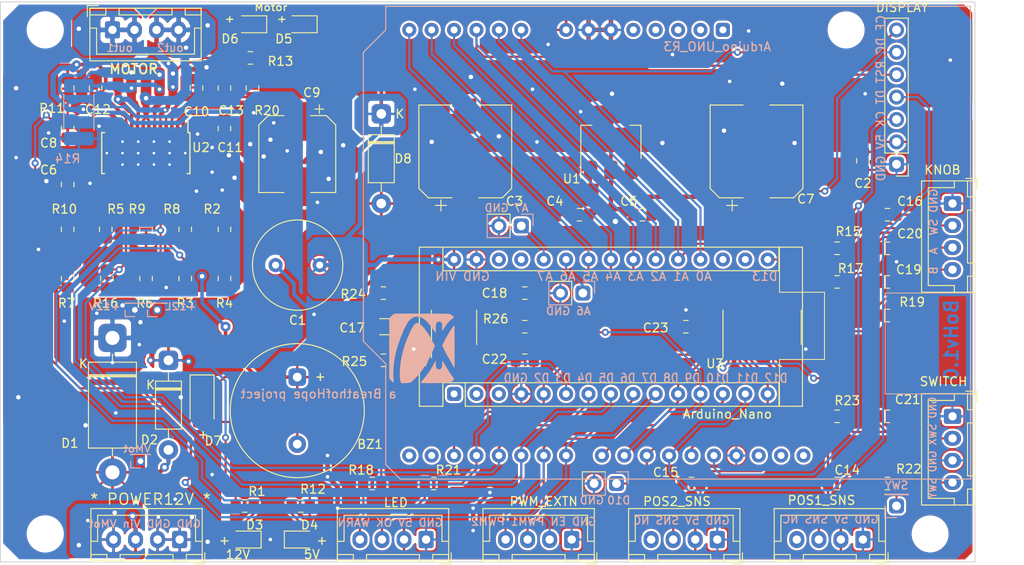
<source format=kicad_pcb>
(kicad_pcb (version 20171130) (host pcbnew 5.1.5-52549c5~86~ubuntu18.04.1)
  (layers (0 F.Cu signal) (31 B.Cu signal) (34 B.Paste user hide) (35 F.Paste user hide) (36 B.SilkS user) (37 F.SilkS user) (38 B.Mask user hide) (39 F.Mask user hide) (44 Edge.Cuts user))
  (net 0 "")
  (net 1 "Net-(C6-Pad1)")
  (net 2 "Net-(C8-Pad1)")
  (net 3 "Net-(C11-Pad2)")
  (net 4 "Net-(C11-Pad1)")
  (net 5 "Net-(C13-Pad2)")
  (net 6 "Net-(C14-Pad1)")
  (net 7 "Net-(C15-Pad1)")
  (net 8 "Net-(C16-Pad1)")
  (net 9 "Net-(C17-Pad1)")
  (net 10 "Net-(C18-Pad1)")
  (net 11 "Net-(C19-Pad1)")
  (net 12 "Net-(C20-Pad1)")
  (net 13 "Net-(C21-Pad1)")
  (net 14 "Net-(D3-Pad2)")
  (net 15 "Net-(D4-Pad2)")
  (net 16 "Net-(D5-Pad2)")
  (net 17 "Net-(J8-Pad4)")
  (net 18 "Net-(J8-Pad3)")
  (net 19 "Net-(J9-Pad4)")
  (net 20 "Net-(R2-Pad1)")
  (net 21 "Net-(R4-Pad1)")
  (net 22 "Net-(R5-Pad1)")
  (net 23 "Net-(R8-Pad1)")
  (net 24 "Net-(R9-Pad1)")
  (net 25 "Net-(R14-Pad2)")
  (net 26 "Net-(R24-Pad2)")
  (net 27 +5V)
  (net 28 GND)
  (net 29 +12V)
  (net 30 +12P)
  (net 31 /SPI_CLK)
  (net 32 /Arduino_switchX)
  (net 33 /Arduino_Vin)
  (net 34 /SPI_MOSI)
  (net 35 /Arduino_ok_led)
  (net 36 /Arduino_free_pin)
  (net 37 /Arduino_motor_ctrl1)
  (net 38 /Arduino_motor_ctrl2)
  (net 39 /Arduino_motor_fault)
  (net 40 /Arduino_Rotary_switch)
  (net 41 /Arduino_motor_reset)
  (net 42 /Arduino_LCD_DC)
  (net 43 /Arduino_buz_mute)
  (net 44 /Arduino_LCD_CE)
  (net 45 /Arduino_LCD_RST)
  (net 46 /WarnLED)
  (net 47 /Arduino_posn_sns2)
  (net 48 /Arduino_EncoderB)
  (net 49 /Arduino_posn_sns1)
  (net 50 /Arduino_EncoderA)
  (net 51 +12L)
  (net 52 "Net-(D2-Pad2)")
  (net 53 "Net-(A1-Pad26)")
  (net 54 "Net-(A1-Pad25)")
  (net 55 /out2)
  (net 56 /out1)
  (module Resp2:logo (layer B.Cu) (at 60.452 52.07 180)
    (fp_text reference G*** hide)
    (fp_text value LOGO hide)
  )
  (module Connector_PinHeader_2.54mm:PinHeader_1x02_P2.54mm_Vertical (layer F.Cu) (at 78.74 45.72 270)
    (fp_text reference A6 hide)
    (fp_text value TP)
    (pad 2 thru_hole oval (at 0 2.54 270) (size 1.7 1.7) (drill 1) (layers *.Cu *.Mask) (net 28 GND))
    (pad 1 thru_hole roundrect (at 0 0 270) (size 1.7 1.7) (drill 1) (layers *.Cu *.Mask) (net 54 "Net-(A1-Pad25)"))
  )
  (module Module:Arduino_UNO_R3 (layer B.Cu) (at 94.615 15.875 180)
    (fp_text reference A2 hide)
    (fp_text value Arduino_UNO_R3 (at 0.635 -1.905 180) (layer B.SilkS) (effects (justify mirror)))
    (pad 16 thru_hole oval (at 33.02 -48.26 90) (size 1.6 1.6) (drill 0.8) (layers *.Cu *.Mask))
    (pad 15 thru_hole oval (at 35.56 -48.26 90) (size 1.6 1.6) (drill 0.8) (layers *.Cu *.Mask))
    (pad 30 thru_hole oval (at -4.06 -48.26 90) (size 1.6 1.6) (drill 0.8) (layers *.Cu *.Mask))
    (pad 14 thru_hole oval (at 35.56 0 90) (size 1.6 1.6) (drill 0.8) (layers *.Cu *.Mask) (net 48 /Arduino_EncoderB))
    (pad 29 thru_hole oval (at -1.52 -48.26 90) (size 1.6 1.6) (drill 0.8) (layers *.Cu *.Mask) (net 28 GND))
    (pad 13 thru_hole oval (at 33.02 0 90) (size 1.6 1.6) (drill 0.8) (layers *.Cu *.Mask) (net 50 /Arduino_EncoderA))
    (pad 28 thru_hole oval (at 1.02 -48.26 90) (size 1.6 1.6) (drill 0.8) (layers *.Cu *.Mask) (net 31 /SPI_CLK))
    (pad 12 thru_hole oval (at 30.48 0 90) (size 1.6 1.6) (drill 0.8) (layers *.Cu *.Mask) (net 40 /Arduino_Rotary_switch))
    (pad 27 thru_hole oval (at 3.56 -48.26 90) (size 1.6 1.6) (drill 0.8) (layers *.Cu *.Mask) (net 32 /Arduino_switchX))
    (pad 11 thru_hole oval (at 27.94 0 90) (size 1.6 1.6) (drill 0.8) (layers *.Cu *.Mask) (net 45 /Arduino_LCD_RST))
    (pad 26 thru_hole oval (at 6.1 -48.26 90) (size 1.6 1.6) (drill 0.8) (layers *.Cu *.Mask) (net 34 /SPI_MOSI))
    (pad 10 thru_hole oval (at 25.4 0 90) (size 1.6 1.6) (drill 0.8) (layers *.Cu *.Mask) (net 42 /Arduino_LCD_DC))
    (pad 25 thru_hole oval (at 8.64 -48.26 90) (size 1.6 1.6) (drill 0.8) (layers *.Cu *.Mask) (net 36 /Arduino_free_pin))
    (pad 9 thru_hole oval (at 22.86 0 90) (size 1.6 1.6) (drill 0.8) (layers *.Cu *.Mask) (net 44 /Arduino_LCD_CE))
    (pad 24 thru_hole oval (at 11.18 -48.26 90) (size 1.6 1.6) (drill 0.8) (layers *.Cu *.Mask) (net 43 /Arduino_buz_mute))
    (pad 8 thru_hole oval (at 17.78 0 90) (size 1.6 1.6) (drill 0.8) (layers *.Cu *.Mask) (net 33 /Arduino_Vin))
    (pad 23 thru_hole oval (at 13.72 -48.26 90) (size 1.6 1.6) (drill 0.8) (layers *.Cu *.Mask) (net 47 /Arduino_posn_sns2))
    (pad 7 thru_hole oval (at 15.24 0 90) (size 1.6 1.6) (drill 0.8) (layers *.Cu *.Mask) (net 28 GND))
    (pad 22 thru_hole oval (at 17.78 -48.26 90) (size 1.6 1.6) (drill 0.8) (layers *.Cu *.Mask) (net 41 /Arduino_motor_reset))
    (pad 6 thru_hole oval (at 12.7 0 90) (size 1.6 1.6) (drill 0.8) (layers *.Cu *.Mask) (net 28 GND))
    (pad 21 thru_hole oval (at 20.32 -48.26 90) (size 1.6 1.6) (drill 0.8) (layers *.Cu *.Mask) (net 37 /Arduino_motor_ctrl1))
    (pad 5 thru_hole oval (at 10.16 0 90) (size 1.6 1.6) (drill 0.8) (layers *.Cu *.Mask))
    (pad 20 thru_hole oval (at 22.86 -48.26 90) (size 1.6 1.6) (drill 0.8) (layers *.Cu *.Mask) (net 38 /Arduino_motor_ctrl2))
    (pad 4 thru_hole oval (at 7.62 0 90) (size 1.6 1.6) (drill 0.8) (layers *.Cu *.Mask))
    (pad 19 thru_hole oval (at 25.4 -48.26 90) (size 1.6 1.6) (drill 0.8) (layers *.Cu *.Mask) (net 39 /Arduino_motor_fault))
    (pad 3 thru_hole oval (at 5.08 0 90) (size 1.6 1.6) (drill 0.8) (layers *.Cu *.Mask))
    (pad 18 thru_hole oval (at 27.94 -48.26 90) (size 1.6 1.6) (drill 0.8) (layers *.Cu *.Mask) (net 35 /Arduino_ok_led))
    (pad 2 thru_hole oval (at 2.54 0 90) (size 1.6 1.6) (drill 0.8) (layers *.Cu *.Mask))
    (pad 17 thru_hole oval (at 30.48 -48.26 90) (size 1.6 1.6) (drill 0.8) (layers *.Cu *.Mask) (net 49 /Arduino_posn_sns1))
    (pad 1 thru_hole roundrect (at 0 0 90) (size 1.6 1.6) (drill 0.8) (layers *.Cu *.Mask))
    (pad 31 thru_hole oval (at -6.6 -48.26 90) (size 1.6 1.6) (drill 0.8) (layers *.Cu *.Mask))
    (pad 32 thru_hole oval (at -9.14 -48.26 90) (size 1.6 1.6) (drill 0.8) (layers *.Cu *.Mask))
  )
  (module Connector_PinHeader_2.54mm:PinHeader_1x02_P2.54mm_Vertical (layer F.Cu) (at 71.755 38.1 270)
    (fp_text reference A7 (at -2.032 0) (layer B.SilkS) (effects (font (size 0.9 0.9)) (justify mirror)))
    (fp_text value TP)
    (pad 2 thru_hole oval (at 0 2.54 270) (size 1.7 1.7) (drill 1) (layers *.Cu *.Mask) (net 28 GND))
    (pad 1 thru_hole roundrect (at 0 0 270) (size 1.7 1.7) (drill 1) (layers *.Cu *.Mask) (net 53 "Net-(A1-Pad26)"))
  )
  (module Connector_PinHeader_2.54mm:PinHeader_1x02_P2.54mm_Vertical (layer F.Cu) (at 82.55 67.31 270)
    (fp_text reference D10 (at 1.905 -0.254) (layer B.SilkS) (effects (font (size 0.9 0.9)) (justify mirror)))
    (fp_text value TP)
    (pad 2 thru_hole oval (at 0 2.54 270) (size 1.7 1.7) (drill 1) (layers *.Cu *.Mask) (net 28 GND))
    (pad 1 thru_hole roundrect (at 0 0 270) (size 1.7 1.7) (drill 1) (layers *.Cu *.Mask) (net 36 /Arduino_free_pin))
  )
  (module Connector_PinHeader_2.54mm:PinHeader_1x01_P2.54mm_Vertical (layer B.Cu) (at 114.3 69.85)
    (fp_text reference TP4)
    (fp_text value SWY (at 0 -2.33) (layer B.SilkS) (effects (font (size 0.9 0.9)) (justify mirror)))
    (pad 1 thru_hole roundrect (at 0 0) (size 1.7 1.7) (drill 1) (layers *.Cu *.Mask) (net 19 "Net-(J9-Pad4)"))
  )
  (module Connector_PinHeader_1.27mm:PinHeader_1x01_P1.27mm_Vertical (layer B.Cu) (at 28.575 64.77)
    (fp_text reference TP1)
    (fp_text value VMot (at -0.381 -1.397) (layer B.SilkS) (effects (font (size 0.8 0.9)) (justify mirror)))
    (pad 1 thru_hole rect (at 0 0) (size 1 1) (drill 0.65) (layers *.Cu *.Mask) (net 30 +12P))
  )
  (module Connector_PinHeader_1.27mm:PinHeader_1x01_P1.27mm_Vertical (layer B.Cu) (at 27.94 47.625)
    (fp_text reference TP2)
    (fp_text value +12V (at -3.429 -0.381) (layer B.SilkS) (effects (font (size 0.8 0.9)) (justify mirror)))
    (pad 1 thru_hole roundrect (at 0 0) (size 1 1) (drill 0.65) (layers *.Cu *.Mask) (net 29 +12V))
  )
  (module Connector_PinHeader_1.27mm:PinHeader_1x01_P1.27mm_Vertical (layer B.Cu) (at 30.48 47.625)
    (fp_text reference TP3)
    (fp_text value +12L (at 2.667 -0.381) (layer B.SilkS) (effects (font (size 0.8 0.9)) (justify mirror)))
    (pad 1 thru_hole roundrect (at 0 0) (size 1 1) (drill 0.65) (layers *.Cu *.Mask) (net 51 +12L))
  )
  (module Diode_THT:D_DO-41_SOD81_P10.16mm_Horizontal (layer F.Cu) (at 31.75 53.34 270)
    (fp_text reference D2 (at 9.017 2.159 180) (layer F.SilkS))
    (fp_text value 1N4001)
    (fp_text user K (at 2.794 2.032 180) (layer F.SilkS))
    (pad 2 thru_hole oval (at 10.16 0 270) (size 2.2 2.2) (drill 1.1) (layers *.Cu *.Mask) (net 52 "Net-(D2-Pad2)"))
    (pad 1 thru_hole roundrect (at 0 0 270) (size 2.2 2.2) (drill 1.1) (layers *.Cu *.Mask) (net 51 +12L))
  )
  (module Module:Arduino_Nano (layer F.Cu) (at 64.135 57.15 90)
    (fp_text reference A1 hide)
    (fp_text value Arduino_Nano (at -2.286 30.988 180) (layer F.SilkS))
    (pad 16 thru_hole oval (at 15.24 35.56 90) (size 1.6 1.6) (drill 0.8) (layers *.Cu *.Mask) (net 31 /SPI_CLK))
    (pad 15 thru_hole oval (at 0 35.56 90) (size 1.6 1.6) (drill 0.8) (layers *.Cu *.Mask) (net 32 /Arduino_switchX))
    (pad 30 thru_hole oval (at 15.24 0 90) (size 1.6 1.6) (drill 0.8) (layers *.Cu *.Mask) (net 33 /Arduino_Vin))
    (pad 14 thru_hole oval (at 0 33.02 90) (size 1.6 1.6) (drill 0.8) (layers *.Cu *.Mask) (net 34 /SPI_MOSI))
    (pad 29 thru_hole oval (at 15.24 2.54 90) (size 1.6 1.6) (drill 0.8) (layers *.Cu *.Mask) (net 28 GND))
    (pad 13 thru_hole oval (at 0 30.48 90) (size 1.6 1.6) (drill 0.8) (layers *.Cu *.Mask) (net 36 /Arduino_free_pin))
    (pad 28 thru_hole oval (at 15.24 5.08 90) (size 1.6 1.6) (drill 0.8) (layers *.Cu *.Mask))
    (pad 12 thru_hole oval (at 0 27.94 90) (size 1.6 1.6) (drill 0.8) (layers *.Cu *.Mask) (net 43 /Arduino_buz_mute))
    (pad 27 thru_hole oval (at 15.24 7.62 90) (size 1.6 1.6) (drill 0.8) (layers *.Cu *.Mask))
    (pad 11 thru_hole oval (at 0 25.4 90) (size 1.6 1.6) (drill 0.8) (layers *.Cu *.Mask) (net 47 /Arduino_posn_sns2))
    (pad 26 thru_hole oval (at 15.24 10.16 90) (size 1.6 1.6) (drill 0.8) (layers *.Cu *.Mask) (net 53 "Net-(A1-Pad26)"))
    (pad 10 thru_hole oval (at 0 22.86 90) (size 1.6 1.6) (drill 0.8) (layers *.Cu *.Mask) (net 41 /Arduino_motor_reset))
    (pad 25 thru_hole oval (at 15.24 12.7 90) (size 1.6 1.6) (drill 0.8) (layers *.Cu *.Mask) (net 54 "Net-(A1-Pad25)"))
    (pad 9 thru_hole oval (at 0 20.32 90) (size 1.6 1.6) (drill 0.8) (layers *.Cu *.Mask) (net 37 /Arduino_motor_ctrl1))
    (pad 24 thru_hole oval (at 15.24 15.24 90) (size 1.6 1.6) (drill 0.8) (layers *.Cu *.Mask) (net 48 /Arduino_EncoderB))
    (pad 8 thru_hole oval (at 0 17.78 90) (size 1.6 1.6) (drill 0.8) (layers *.Cu *.Mask) (net 38 /Arduino_motor_ctrl2))
    (pad 23 thru_hole oval (at 15.24 17.78 90) (size 1.6 1.6) (drill 0.8) (layers *.Cu *.Mask) (net 50 /Arduino_EncoderA))
    (pad 7 thru_hole oval (at 0 15.24 90) (size 1.6 1.6) (drill 0.8) (layers *.Cu *.Mask) (net 39 /Arduino_motor_fault))
    (pad 22 thru_hole oval (at 15.24 20.32 90) (size 1.6 1.6) (drill 0.8) (layers *.Cu *.Mask) (net 40 /Arduino_Rotary_switch))
    (pad 6 thru_hole oval (at 0 12.7 90) (size 1.6 1.6) (drill 0.8) (layers *.Cu *.Mask) (net 35 /Arduino_ok_led))
    (pad 21 thru_hole oval (at 15.24 22.86 90) (size 1.6 1.6) (drill 0.8) (layers *.Cu *.Mask) (net 45 /Arduino_LCD_RST))
    (pad 5 thru_hole oval (at 0 10.16 90) (size 1.6 1.6) (drill 0.8) (layers *.Cu *.Mask) (net 49 /Arduino_posn_sns1))
    (pad 20 thru_hole oval (at 15.24 25.4 90) (size 1.6 1.6) (drill 0.8) (layers *.Cu *.Mask) (net 42 /Arduino_LCD_DC))
    (pad 4 thru_hole oval (at 0 7.62 90) (size 1.6 1.6) (drill 0.8) (layers *.Cu *.Mask) (net 28 GND))
    (pad 19 thru_hole oval (at 15.24 27.94 90) (size 1.6 1.6) (drill 0.8) (layers *.Cu *.Mask) (net 44 /Arduino_LCD_CE))
    (pad 3 thru_hole oval (at 0 5.08 90) (size 1.6 1.6) (drill 0.8) (layers *.Cu *.Mask))
    (pad 18 thru_hole oval (at 15.24 30.48 90) (size 1.6 1.6) (drill 0.8) (layers *.Cu *.Mask))
    (pad 2 thru_hole oval (at 0 2.54 90) (size 1.6 1.6) (drill 0.8) (layers *.Cu *.Mask))
    (pad 17 thru_hole oval (at 15.24 33.02 90) (size 1.6 1.6) (drill 0.8) (layers *.Cu *.Mask))
    (pad 1 thru_hole roundrect (at 0 0 90) (size 1.6 1.6) (drill 0.8) (layers *.Cu *.Mask))
  )
  (module Diode_SMD:D_SOD-128 (layer F.Cu) (at 35.56 58.08 270)
    (fp_text reference D7 (at 4.404 -1.27 180) (layer F.SilkS))
    (fp_text value 1N4148W)
    (pad 2 smd roundrect (at 2.2 0 270) (size 1.4 2.1) (layers F.Cu F.Paste F.Mask) (net 46 /WarnLED))
    (pad 1 smd roundrect (at -2.2 0 270) (size 1.4 2.1) (layers F.Cu F.Paste F.Mask) (net 27 +5V))
  )
  (module Resistor_SMD:R_2512_6332Metric_Pad1.52x3.35mm_HandSolder (layer B.Cu) (at 21.59 25.2125 90)
    (fp_text reference R14 (at -5.2675 -1.27 180) (layer B.SilkS) (effects (justify mirror)))
    (fp_text value 0R022)
    (pad 2 smd roundrect (at 2.9875 0 90) (size 1.525 3.35) (layers B.Cu B.Paste B.Mask) (roundrect_rratio 0.163934) (net 25 "Net-(R14-Pad2)"))
    (pad 1 smd roundrect (at -2.9875 0 90) (size 1.525 3.35) (layers B.Cu B.Paste B.Mask) (roundrect_rratio 0.163934) (net 28 GND))
  )
  (module Connector_JST:JST_XH_B4B-XH-A_1x04_P2.50mm_Vertical (layer F.Cu) (at 33.02 73.66 180)
    (fp_text reference J1)
    (fp_text value "* POWER12V *" (at 3.302 4.572 180) (layer F.SilkS) (effects (font (size 1.258064 1.258064))))
    (pad 1 thru_hole roundrect (at 0 0 180) (size 1.7 1.95) (drill 0.95) (layers *.Cu *.Mask) (roundrect_rratio 0.147059) (net 28 GND))
    (pad 2 thru_hole oval (at 2.5 0 180) (size 1.7 1.95) (drill 0.95) (layers *.Cu *.Mask) (net 28 GND))
    (pad 3 thru_hole oval (at 5 0 180) (size 1.7 1.95) (drill 0.95) (layers *.Cu *.Mask) (net 52 "Net-(D2-Pad2)"))
    (pad 4 thru_hole oval (at 7.5 0 180) (size 1.7 1.95) (drill 0.95) (layers *.Cu *.Mask) (net 30 +12P))
  )
  (module Connector_JST:JST_XH_B4B-XH-A_1x04_P2.50mm_Vertical (layer F.Cu) (at 120.65 35.56 270)
    (fp_text reference J7)
    (fp_text value KNOB (at -3.81 1.143 180) (layer F.SilkS))
    (pad 4 thru_hole oval (at 7.5 0 270) (size 1.7 1.95) (drill 0.95) (layers *.Cu *.Mask) (net 11 "Net-(C19-Pad1)"))
    (pad 3 thru_hole oval (at 5 0 270) (size 1.7 1.95) (drill 0.95) (layers *.Cu *.Mask) (net 12 "Net-(C20-Pad1)"))
    (pad 2 thru_hole oval (at 2.5 0 270) (size 1.7 1.95) (drill 0.95) (layers *.Cu *.Mask) (net 8 "Net-(C16-Pad1)"))
    (pad 1 thru_hole roundrect (at 0 0 270) (size 1.7 1.95) (drill 0.95) (layers *.Cu *.Mask) (roundrect_rratio 0.147059) (net 28 GND))
  )
  (module Package_SO:HTSSOP-28-1EP_4.4x9.7mm_P0.65mm_EP3.4x9.5mm_ThermalVias (layer F.Cu) (at 29.21 29.845 270)
    (fp_text reference U2 (at -0.635 -6.223) (layer F.SilkS))
    (fp_text value DRV8842PWP)
    (pad 29 smd rect (at 0 0 270) (size 3.400001 9.499999) (layers B.Cu) (net 28 GND))
    (pad 29 thru_hole circle (at 0 4.45 270) (size 0.6 0.6) (drill 0.3) (layers *.Cu) (net 28 GND))
    (pad 29 thru_hole circle (at -1.3 2.67 270) (size 0.6 0.6) (drill 0.3) (layers *.Cu) (net 28 GND))
    (pad 29 thru_hole circle (at 0 2.67 270) (size 0.6 0.6) (drill 0.3) (layers *.Cu) (net 28 GND))
    (pad 29 thru_hole circle (at 1.3 2.67 270) (size 0.6 0.6) (drill 0.3) (layers *.Cu) (net 28 GND))
    (pad 29 thru_hole circle (at -1.3 0.89 270) (size 0.6 0.6) (drill 0.3) (layers *.Cu) (net 28 GND))
    (pad 29 thru_hole circle (at 0 0.89 270) (size 0.6 0.6) (drill 0.3) (layers *.Cu) (net 28 GND))
    (pad 29 thru_hole circle (at 1.3 0.89 270) (size 0.6 0.6) (drill 0.3) (layers *.Cu) (net 28 GND))
    (pad 29 thru_hole circle (at -1.3 -0.89 270) (size 0.6 0.6) (drill 0.3) (layers *.Cu) (net 28 GND))
    (pad 29 thru_hole circle (at 0 -0.89 270) (size 0.6 0.6) (drill 0.3) (layers *.Cu) (net 28 GND))
    (pad 29 thru_hole circle (at 1.3 -0.89 270) (size 0.6 0.6) (drill 0.3) (layers *.Cu) (net 28 GND))
    (pad 29 thru_hole circle (at -1.3 -2.67 270) (size 0.6 0.6) (drill 0.3) (layers *.Cu) (net 28 GND))
    (pad 29 thru_hole circle (at 0 -2.67 270) (size 0.6 0.6) (drill 0.3) (layers *.Cu) (net 28 GND))
    (pad 29 thru_hole circle (at 1.3 -2.67 270) (size 0.6 0.6) (drill 0.3) (layers *.Cu) (net 28 GND))
    (pad 29 thru_hole circle (at 0 -4.45 270) (size 0.6 0.6) (drill 0.3) (layers *.Cu) (net 28 GND))
    (pad 29 smd roundrect (at 0 0 270) (size 3.400001 9.499999) (layers F.Cu F.Mask) (net 28 GND))
    (pad 28 smd oval (at 3 -4.225 270) (size 1.45 0.4) (layers F.Cu F.Paste F.Mask) (net 28 GND))
    (pad 27 smd oval (at 3 -3.575 270) (size 1.45 0.4) (layers F.Cu F.Paste F.Mask) (net 20 "Net-(R2-Pad1)"))
    (pad 26 smd oval (at 3 -2.925 270) (size 1.45 0.4) (layers F.Cu F.Paste F.Mask) (net 21 "Net-(R4-Pad1)"))
    (pad 25 smd oval (at 3 -2.275 270) (size 1.45 0.4) (layers F.Cu F.Paste F.Mask) (net 23 "Net-(R8-Pad1)"))
    (pad 24 smd oval (at 3 -1.625 270) (size 1.45 0.4) (layers F.Cu F.Paste F.Mask))
    (pad 23 smd oval (at 3 -0.975 270) (size 1.45 0.4) (layers F.Cu F.Paste F.Mask))
    (pad 22 smd oval (at 3 -0.325 270) (size 1.45 0.4) (layers F.Cu F.Paste F.Mask))
    (pad 21 smd oval (at 3 0.325 270) (size 1.45 0.4) (layers F.Cu F.Paste F.Mask) (net 38 /Arduino_motor_ctrl2))
    (pad 20 smd oval (at 3 0.975 270) (size 1.45 0.4) (layers F.Cu F.Paste F.Mask) (net 37 /Arduino_motor_ctrl1))
    (pad 19 smd oval (at 3 1.625 270) (size 1.45 0.4) (layers F.Cu F.Paste F.Mask) (net 24 "Net-(R9-Pad1)"))
    (pad 18 smd oval (at 3 2.275 270) (size 1.45 0.4) (layers F.Cu F.Paste F.Mask) (net 39 /Arduino_motor_fault))
    (pad 17 smd oval (at 3 2.925 270) (size 1.45 0.4) (layers F.Cu F.Paste F.Mask) (net 22 "Net-(R5-Pad1)"))
    (pad 16 smd oval (at 3 3.575 270) (size 1.45 0.4) (layers F.Cu F.Paste F.Mask) (net 41 /Arduino_motor_reset))
    (pad 15 smd oval (at 3 4.225 270) (size 1.45 0.4) (layers F.Cu F.Paste F.Mask) (net 1 "Net-(C6-Pad1)"))
    (pad 14 smd oval (at -3 4.225 270) (size 1.45 0.4) (layers F.Cu F.Paste F.Mask) (net 28 GND))
    (pad 13 smd oval (at -3 3.575 270) (size 1.45 0.4) (layers F.Cu F.Paste F.Mask) (net 2 "Net-(C8-Pad1)"))
    (pad 12 smd oval (at -3 2.925 270) (size 1.45 0.4) (layers F.Cu F.Paste F.Mask) (net 2 "Net-(C8-Pad1)"))
    (pad 11 smd oval (at -3 2.275 270) (size 1.45 0.4) (layers F.Cu F.Paste F.Mask) (net 29 +12V))
    (pad 10 smd oval (at -3 1.625 270) (size 1.45 0.4) (layers F.Cu F.Paste F.Mask) (net 56 /out1))
    (pad 9 smd oval (at -3 0.975 270) (size 1.45 0.4) (layers F.Cu F.Paste F.Mask) (net 25 "Net-(R14-Pad2)"))
    (pad 8 smd oval (at -3 0.325 270) (size 1.45 0.4) (layers F.Cu F.Paste F.Mask) (net 55 /out2))
    (pad 7 smd oval (at -3 -0.325 270) (size 1.45 0.4) (layers F.Cu F.Paste F.Mask) (net 55 /out2))
    (pad 6 smd oval (at -3 -0.975 270) (size 1.45 0.4) (layers F.Cu F.Paste F.Mask) (net 25 "Net-(R14-Pad2)"))
    (pad 5 smd oval (at -3 -1.625 270) (size 1.45 0.4) (layers F.Cu F.Paste F.Mask) (net 56 /out1))
    (pad 4 smd oval (at -3 -2.275 270) (size 1.45 0.4) (layers F.Cu F.Paste F.Mask) (net 29 +12V))
    (pad 3 smd oval (at -3 -2.925 270) (size 1.45 0.4) (layers F.Cu F.Paste F.Mask) (net 5 "Net-(C13-Pad2)"))
    (pad 2 smd oval (at -3 -3.575 270) (size 1.45 0.4) (layers F.Cu F.Paste F.Mask) (net 4 "Net-(C11-Pad1)"))
    (pad 1 smd oval (at -3 -4.225 270) (size 1.45 0.4) (layers F.Cu F.Paste F.Mask) (net 3 "Net-(C11-Pad2)"))
  )
  (module Connector_PinHeader_2.54mm:PinHeader_1x07_P2.54mm_Vertical (layer F.Cu) (at 114.3 31.115 180)
    (fp_text reference J2)
    (fp_text value DISPLAY (at -0.635 17.78) (layer F.SilkS))
    (pad 7 thru_hole oval (at 0 15.24 180) (size 1.7 1.7) (drill 1) (layers *.Cu *.Mask) (net 44 /Arduino_LCD_CE))
    (pad 6 thru_hole oval (at 0 12.7 180) (size 1.7 1.7) (drill 1) (layers *.Cu *.Mask) (net 42 /Arduino_LCD_DC))
    (pad 5 thru_hole oval (at 0 10.16 180) (size 1.7 1.7) (drill 1) (layers *.Cu *.Mask) (net 45 /Arduino_LCD_RST))
    (pad 4 thru_hole oval (at 0 7.62 180) (size 1.7 1.7) (drill 1) (layers *.Cu *.Mask) (net 34 /SPI_MOSI))
    (pad 3 thru_hole oval (at 0 5.08 180) (size 1.7 1.7) (drill 1) (layers *.Cu *.Mask) (net 31 /SPI_CLK))
    (pad 2 thru_hole oval (at 0 2.54 180) (size 1.7 1.7) (drill 1) (layers *.Cu *.Mask) (net 27 +5V))
    (pad 1 thru_hole roundrect (at 0 0 180) (size 1.7 1.7) (drill 1) (layers *.Cu *.Mask) (net 28 GND))
  )
  (module Capacitor_THT:C_Radial_D10.0mm_H20.0mm_P5.00mm (layer F.Cu) (at 48.895 42.545 180)
    (fp_text reference C1 (at 2.5 -6.25) (layer F.SilkS))
    (fp_text value "1000uF 25V")
    (pad 2 thru_hole circle (at 5 0 180) (size 1.6 1.6) (drill 0.8) (layers *.Cu *.Mask) (net 28 GND))
    (pad 1 thru_hole circle (at 0 0 180) (size 1.6 1.6) (drill 0.8) (layers *.Cu *.Mask) (net 33 /Arduino_Vin))
  )
  (module Resistor_SMD:R_0805_2012Metric_Pad1.15x1.40mm_HandSolder (layer F.Cu) (at 29.21 38.49 270)
    (fp_text reference R9 (at -2.295 1.016 180) (layer F.SilkS))
    (fp_text value 4k7)
    (pad 1 smd roundrect (at -1.025 0 270) (size 1.15 1.4) (layers F.Cu F.Paste F.Mask) (roundrect_rratio 0.217391) (net 24 "Net-(R9-Pad1)"))
    (pad 2 smd roundrect (at 1.025 0 270) (size 1.15 1.4) (layers F.Cu F.Paste F.Mask) (roundrect_rratio 0.217391) (net 27 +5V))
  )
  (module MountingHole:MountingHole_3.7mm (layer F.Cu) (at 108.585 15.875)
    (fp_text reference H4 hide)
    (fp_text value MountingHole)
    (pad 1 np_thru_hole circle (at 0 0) (size 3.7 3.7) (drill 3.7) (layers *.Cu *.Mask))
  )
  (module MountingHole:MountingHole_3.7mm (layer F.Cu) (at 17.78 15.875)
    (fp_text reference H1 hide)
    (fp_text value MountingHole)
    (pad 1 np_thru_hole circle (at 0 0) (size 3.7 3.7) (drill 3.7) (layers *.Cu *.Mask))
  )
  (module MountingHole:MountingHole_3.7mm (layer F.Cu) (at 17.78 73.025)
    (fp_text reference H2 hide)
    (fp_text value MountingHole)
    (pad 1 np_thru_hole circle (at 0 0) (size 3.7 3.7) (drill 3.7) (layers *.Cu *.Mask))
  )
  (module MountingHole:MountingHole_3.7mm (layer F.Cu) (at 118.11 73.025)
    (fp_text reference H3 hide)
    (fp_text value MountingHole)
    (pad 1 np_thru_hole circle (at 0 0) (size 3.7 3.7) (drill 3.7) (layers *.Cu *.Mask))
  )
  (module Capacitor_SMD:C_0805_2012Metric_Pad1.15x1.40mm_HandSolder (layer F.Cu) (at 38.1 22.47 270)
    (fp_text reference C13 (at 2.549 -0.762 180) (layer F.SilkS))
    (fp_text value 100nF35V)
    (pad 1 smd roundrect (at -1.025 0 270) (size 1.15 1.4) (layers F.Cu F.Paste F.Mask) (roundrect_rratio 0.217391) (net 29 +12V))
    (pad 2 smd roundrect (at 1.025 0 270) (size 1.15 1.4) (layers F.Cu F.Paste F.Mask) (roundrect_rratio 0.217391) (net 5 "Net-(C13-Pad2)"))
  )
  (module Capacitor_SMD:C_0805_2012Metric_Pad1.15x1.40mm_HandSolder (layer F.Cu) (at 23.495 22.47 90)
    (fp_text reference C12 (at -2.422 0.254 180) (layer F.SilkS))
    (fp_text value 100nF)
    (pad 1 smd roundrect (at -1.025 0 90) (size 1.15 1.4) (layers F.Cu F.Paste F.Mask) (roundrect_rratio 0.217391) (net 29 +12V))
    (pad 2 smd roundrect (at 1.025 0 90) (size 1.15 1.4) (layers F.Cu F.Paste F.Mask) (roundrect_rratio 0.217391) (net 28 GND))
  )
  (module Capacitor_SMD:C_0805_2012Metric_Pad1.15x1.40mm_HandSolder (layer F.Cu) (at 38.1 27.06 270)
    (fp_text reference C11 (at 2.15 -0.635 180) (layer F.SilkS))
    (fp_text value 10nF)
    (pad 1 smd roundrect (at -1.025 0 270) (size 1.15 1.4) (layers F.Cu F.Paste F.Mask) (roundrect_rratio 0.217391) (net 4 "Net-(C11-Pad1)"))
    (pad 2 smd roundrect (at 1.025 0 270) (size 1.15 1.4) (layers F.Cu F.Paste F.Mask) (roundrect_rratio 0.217391) (net 3 "Net-(C11-Pad2)"))
  )
  (module Capacitor_SMD:C_0805_2012Metric_Pad1.15x1.40mm_HandSolder (layer F.Cu) (at 34.925 22.47 90)
    (fp_text reference C10 (at -2.676 0 180) (layer F.SilkS))
    (fp_text value 100nF)
    (pad 1 smd roundrect (at -1.025 0 90) (size 1.15 1.4) (layers F.Cu F.Paste F.Mask) (roundrect_rratio 0.217391) (net 29 +12V))
    (pad 2 smd roundrect (at 1.025 0 90) (size 1.15 1.4) (layers F.Cu F.Paste F.Mask) (roundrect_rratio 0.217391) (net 28 GND))
  )
  (module Capacitor_SMD:C_0805_2012Metric_Pad1.15x1.40mm_HandSolder (layer F.Cu) (at 20.32 27.06 270)
    (fp_text reference C8 (at 1.642 2.159 180) (layer F.SilkS))
    (fp_text value 100nF)
    (pad 1 smd roundrect (at -1.025 0 270) (size 1.15 1.4) (layers F.Cu F.Paste F.Mask) (roundrect_rratio 0.217391) (net 2 "Net-(C8-Pad1)"))
    (pad 2 smd roundrect (at 1.025 0 270) (size 1.15 1.4) (layers F.Cu F.Paste F.Mask) (roundrect_rratio 0.217391) (net 28 GND))
  )
  (module Capacitor_SMD:C_0805_2012Metric_Pad1.15x1.40mm_HandSolder (layer F.Cu) (at 20.32 33.41 90)
    (fp_text reference C6 (at 1.66 -2.159 180) (layer F.SilkS))
    (fp_text value 470nF)
    (pad 1 smd roundrect (at -1.025 0 90) (size 1.15 1.4) (layers F.Cu F.Paste F.Mask) (roundrect_rratio 0.217391) (net 1 "Net-(C6-Pad1)"))
    (pad 2 smd roundrect (at 1.025 0 90) (size 1.15 1.4) (layers F.Cu F.Paste F.Mask) (roundrect_rratio 0.217391) (net 28 GND))
  )
  (module Capacitor_SMD:C_0805_2012Metric_Pad1.15x1.40mm_HandSolder (layer F.Cu) (at 85.48 36.83 180)
    (fp_text reference C5 (at 1.533 1.524) (layer F.SilkS))
    (fp_text value 100nF)
    (pad 1 smd roundrect (at -1.025 0 180) (size 1.15 1.4) (layers F.Cu F.Paste F.Mask) (roundrect_rratio 0.217391) (net 27 +5V))
    (pad 2 smd roundrect (at 1.025 0 180) (size 1.15 1.4) (layers F.Cu F.Paste F.Mask) (roundrect_rratio 0.217391) (net 28 GND))
  )
  (module Capacitor_SMD:C_0805_2012Metric_Pad1.15x1.40mm_HandSolder (layer F.Cu) (at 78.35 36.83)
    (fp_text reference C4 (at -2.785 -1.524) (layer F.SilkS))
    (fp_text value 100nF)
    (pad 1 smd roundrect (at -1.025 0) (size 1.15 1.4) (layers F.Cu F.Paste F.Mask) (roundrect_rratio 0.217391) (net 51 +12L))
    (pad 2 smd roundrect (at 1.025 0) (size 1.15 1.4) (layers F.Cu F.Paste F.Mask) (roundrect_rratio 0.217391) (net 28 GND))
  )
  (module Capacitor_SMD:C_0805_2012Metric_Pad1.15x1.40mm_HandSolder (layer F.Cu) (at 110.49 30.725 270)
    (fp_text reference C2 (at 2.549 0 180) (layer F.SilkS))
    (fp_text value 100nF)
    (pad 1 smd roundrect (at -1.025 0 270) (size 1.15 1.4) (layers F.Cu F.Paste F.Mask) (roundrect_rratio 0.217391) (net 27 +5V))
    (pad 2 smd roundrect (at 1.025 0 270) (size 1.15 1.4) (layers F.Cu F.Paste F.Mask) (roundrect_rratio 0.217391) (net 28 GND))
  )
  (module Connector_JST:JST_XH_B4B-XH-A_1x04_P2.50mm_Vertical (layer F.Cu) (at 110.49 73.66 180)
    (fp_text reference J5)
    (fp_text value POS1_SNS (at 4.699 4.445) (layer F.SilkS))
    (pad 4 thru_hole oval (at 7.5 0 180) (size 1.7 1.95) (drill 0.95) (layers *.Cu *.Mask))
    (pad 3 thru_hole oval (at 5 0 180) (size 1.7 1.95) (drill 0.95) (layers *.Cu *.Mask) (net 6 "Net-(C14-Pad1)"))
    (pad 2 thru_hole oval (at 2.5 0 180) (size 1.7 1.95) (drill 0.95) (layers *.Cu *.Mask) (net 27 +5V))
    (pad 1 thru_hole roundrect (at 0 0 180) (size 1.7 1.95) (drill 0.95) (layers *.Cu *.Mask) (roundrect_rratio 0.147059) (net 28 GND))
  )
  (module Connector_JST:JST_XH_B4B-XH-A_1x04_P2.50mm_Vertical (layer F.Cu) (at 60.96 73.66 180)
    (fp_text reference J8)
    (fp_text value LED (at 3.429 4.191) (layer F.SilkS))
    (pad 4 thru_hole oval (at 7.5 0 180) (size 1.7 1.95) (drill 0.95) (layers *.Cu *.Mask) (net 17 "Net-(J8-Pad4)"))
    (pad 3 thru_hole oval (at 5 0 180) (size 1.7 1.95) (drill 0.95) (layers *.Cu *.Mask) (net 18 "Net-(J8-Pad3)"))
    (pad 2 thru_hole oval (at 2.5 0 180) (size 1.7 1.95) (drill 0.95) (layers *.Cu *.Mask) (net 27 +5V))
    (pad 1 thru_hole roundrect (at 0 0 180) (size 1.7 1.95) (drill 0.95) (layers *.Cu *.Mask) (roundrect_rratio 0.147059) (net 28 GND))
  )
  (module Connector_JST:JST_XH_B4B-XH-A_1x04_P2.50mm_Vertical (layer F.Cu) (at 93.98 73.66 180)
    (fp_text reference J6)
    (fp_text value POS2_SNS (at 4.572 4.318) (layer F.SilkS))
    (pad 4 thru_hole oval (at 7.5 0 180) (size 1.7 1.95) (drill 0.95) (layers *.Cu *.Mask))
    (pad 3 thru_hole oval (at 5 0 180) (size 1.7 1.95) (drill 0.95) (layers *.Cu *.Mask) (net 7 "Net-(C15-Pad1)"))
    (pad 2 thru_hole oval (at 2.5 0 180) (size 1.7 1.95) (drill 0.95) (layers *.Cu *.Mask) (net 27 +5V))
    (pad 1 thru_hole roundrect (at 0 0 180) (size 1.7 1.95) (drill 0.95) (layers *.Cu *.Mask) (roundrect_rratio 0.147059) (net 28 GND))
  )
  (module Connector_JST:JST_XH_B4B-XH-A_1x04_P2.50mm_Vertical (layer F.Cu) (at 25.4 15.875)
    (fp_text reference J4)
    (fp_text value MOTOR (at 2.413 4.445) (layer F.SilkS) (effects (font (size 1.1 1.1) (thickness 0.2))))
    (pad 1 thru_hole roundrect (at 0 0) (size 1.7 1.95) (drill 0.95) (layers *.Cu *.Mask) (roundrect_rratio 0.147059) (net 56 /out1))
    (pad 2 thru_hole oval (at 2.5 0) (size 1.7 1.95) (drill 0.95) (layers *.Cu *.Mask) (net 56 /out1))
    (pad 3 thru_hole oval (at 5 0) (size 1.7 1.95) (drill 0.95) (layers *.Cu *.Mask) (net 55 /out2))
    (pad 4 thru_hole oval (at 7.5 0) (size 1.7 1.95) (drill 0.95) (layers *.Cu *.Mask) (net 55 /out2))
  )
  (module Connector_JST:JST_XH_B4B-XH-A_1x04_P2.50mm_Vertical (layer F.Cu) (at 77.47 73.66 180)
    (fp_text reference J3)
    (fp_text value PWM_EXTN (at 3.175 4.318) (layer F.SilkS))
    (pad 4 thru_hole oval (at 7.5 0 180) (size 1.7 1.95) (drill 0.95) (layers *.Cu *.Mask) (net 38 /Arduino_motor_ctrl2))
    (pad 3 thru_hole oval (at 5 0 180) (size 1.7 1.95) (drill 0.95) (layers *.Cu *.Mask) (net 37 /Arduino_motor_ctrl1))
    (pad 2 thru_hole oval (at 2.5 0 180) (size 1.7 1.95) (drill 0.95) (layers *.Cu *.Mask) (net 41 /Arduino_motor_reset))
    (pad 1 thru_hole roundrect (at 0 0 180) (size 1.7 1.95) (drill 0.95) (layers *.Cu *.Mask) (roundrect_rratio 0.147059) (net 28 GND))
  )
  (module Connector_JST:JST_XH_B4B-XH-A_1x04_P2.50mm_Vertical (layer F.Cu) (at 120.65 59.69 270)
    (fp_text reference J9)
    (fp_text value SWITCH (at -3.937 1.016 180) (layer F.SilkS))
    (pad 4 thru_hole oval (at 7.5 0 270) (size 1.7 1.95) (drill 0.95) (layers *.Cu *.Mask) (net 19 "Net-(J9-Pad4)"))
    (pad 3 thru_hole oval (at 5 0 270) (size 1.7 1.95) (drill 0.95) (layers *.Cu *.Mask) (net 28 GND))
    (pad 2 thru_hole oval (at 2.5 0 270) (size 1.7 1.95) (drill 0.95) (layers *.Cu *.Mask) (net 13 "Net-(C21-Pad1)"))
    (pad 1 thru_hole roundrect (at 0 0 270) (size 1.7 1.95) (drill 0.95) (layers *.Cu *.Mask) (roundrect_rratio 0.147059) (net 28 GND))
  )
  (module Capacitor_SMD:C_1206_3216Metric_Pad1.42x1.75mm_HandSolder (layer F.Cu) (at 56.2975 49.53)
    (fp_text reference C17 (at -3.7195 0.127) (layer F.SilkS))
    (fp_text value 10uF)
    (pad 2 smd roundrect (at 1.4875 0) (size 1.425 1.75) (layers F.Cu F.Paste F.Mask) (roundrect_rratio 0.175439) (net 28 GND))
    (pad 1 smd roundrect (at -1.4875 0) (size 1.425 1.75) (layers F.Cu F.Paste F.Mask) (roundrect_rratio 0.175439) (net 9 "Net-(C17-Pad1)"))
  )
  (module Package_SO:SOIC-8_3.9x4.9mm_P1.27mm (layer F.Cu) (at 64.135 49.595 90)
    (fp_text reference U4 (at -3.872 -3.937 180) (layer F.SilkS))
    (fp_text value NE555)
    (pad 8 smd roundrect (at 2.475 -1.905 90) (size 1.95 0.6) (layers F.Cu F.Paste F.Mask) (net 27 +5V))
    (pad 7 smd roundrect (at 2.475 -0.635 90) (size 1.95 0.6) (layers F.Cu F.Paste F.Mask) (net 26 "Net-(R24-Pad2)"))
    (pad 6 smd roundrect (at 2.475 0.635 90) (size 1.95 0.6) (layers F.Cu F.Paste F.Mask) (net 9 "Net-(C17-Pad1)"))
    (pad 5 smd roundrect (at 2.475 1.905 90) (size 1.95 0.6) (layers F.Cu F.Paste F.Mask) (net 10 "Net-(C18-Pad1)"))
    (pad 4 smd roundrect (at -2.475 1.905 90) (size 1.95 0.6) (layers F.Cu F.Paste F.Mask) (net 27 +5V))
    (pad 3 smd roundrect (at -2.475 0.635 90) (size 1.95 0.6) (layers F.Cu F.Paste F.Mask) (net 46 /WarnLED))
    (pad 2 smd roundrect (at -2.475 -0.635 90) (size 1.95 0.6) (layers F.Cu F.Paste F.Mask) (net 9 "Net-(C17-Pad1)"))
    (pad 1 smd roundrect (at -2.475 -1.905 90) (size 1.95 0.6) (layers F.Cu F.Paste F.Mask) (net 28 GND))
  )
  (module Package_SO:SOIC-14_3.9x8.7mm_P1.27mm (layer F.Cu) (at 99.06 49.595 90)
    (fp_text reference U3 (at -4.126 -5.334 180) (layer F.SilkS))
    (fp_text value 74HC14)
    (pad 1 smd roundrect (at -2.475 -3.81 90) (size 1.95 0.55) (layers F.Cu F.Paste F.Mask) (net 13 "Net-(C21-Pad1)"))
    (pad 2 smd roundrect (at -2.475 -2.54 90) (size 1.95 0.55) (layers F.Cu F.Paste F.Mask) (net 32 /Arduino_switchX))
    (pad 3 smd roundrect (at -2.475 -1.27 90) (size 1.95 0.55) (layers F.Cu F.Paste F.Mask) (net 7 "Net-(C15-Pad1)"))
    (pad 4 smd roundrect (at -2.475 0 90) (size 1.95 0.55) (layers F.Cu F.Paste F.Mask) (net 47 /Arduino_posn_sns2))
    (pad 5 smd roundrect (at -2.475 1.27 90) (size 1.95 0.55) (layers F.Cu F.Paste F.Mask) (net 6 "Net-(C14-Pad1)"))
    (pad 6 smd roundrect (at -2.475 2.54 90) (size 1.95 0.55) (layers F.Cu F.Paste F.Mask) (net 49 /Arduino_posn_sns1))
    (pad 7 smd roundrect (at -2.475 3.81 90) (size 1.95 0.55) (layers F.Cu F.Paste F.Mask) (net 28 GND))
    (pad 8 smd roundrect (at 2.475 3.81 90) (size 1.95 0.55) (layers F.Cu F.Paste F.Mask) (net 40 /Arduino_Rotary_switch))
    (pad 9 smd roundrect (at 2.475 2.54 90) (size 1.95 0.55) (layers F.Cu F.Paste F.Mask) (net 8 "Net-(C16-Pad1)"))
    (pad 10 smd roundrect (at 2.475 1.27 90) (size 1.95 0.55) (layers F.Cu F.Paste F.Mask) (net 50 /Arduino_EncoderA))
    (pad 11 smd roundrect (at 2.475 0 90) (size 1.95 0.55) (layers F.Cu F.Paste F.Mask) (net 12 "Net-(C20-Pad1)"))
    (pad 12 smd roundrect (at 2.475 -1.27 90) (size 1.95 0.55) (layers F.Cu F.Paste F.Mask) (net 48 /Arduino_EncoderB))
    (pad 13 smd roundrect (at 2.475 -2.54 90) (size 1.95 0.55) (layers F.Cu F.Paste F.Mask) (net 11 "Net-(C19-Pad1)"))
    (pad 14 smd roundrect (at 2.475 -3.81 90) (size 1.95 0.55) (layers F.Cu F.Paste F.Mask) (net 27 +5V))
  )
  (module Package_TO_SOT_SMD:SOT-223-3_TabPin2 (layer F.Cu) (at 81.915 28.6 90)
    (fp_text reference U1 (at -4.166 -4.445 180) (layer F.SilkS))
    (fp_text value LM2937xMP)
    (pad 2 smd rect (at 3.15 0 90) (size 2 3.8) (layers F.Cu F.Paste F.Mask) (net 28 GND))
    (pad 2 smd roundrect (at -3.15 0 90) (size 2.1 1.5) (layers F.Cu F.Paste F.Mask) (net 28 GND))
    (pad 3 smd roundrect (at -3.15 2.3 90) (size 2.1 1.5) (layers F.Cu F.Paste F.Mask) (net 27 +5V))
    (pad 1 smd roundrect (at -3.15 -2.3 90) (size 2.1 1.5) (layers F.Cu F.Paste F.Mask) (net 51 +12L))
  )
  (module Resistor_SMD:R_0805_2012Metric_Pad1.15x1.40mm_HandSolder (layer F.Cu) (at 72.145 49.53 180)
    (fp_text reference R26 (at 3.293 0.889 180) (layer F.SilkS))
    (fp_text value 1k)
    (pad 2 smd roundrect (at 1.025 0 180) (size 1.15 1.4) (layers F.Cu F.Paste F.Mask) (roundrect_rratio 0.217391) (net 9 "Net-(C17-Pad1)"))
    (pad 1 smd roundrect (at -1.025 0 180) (size 1.15 1.4) (layers F.Cu F.Paste F.Mask) (roundrect_rratio 0.217) (net 43 /Arduino_buz_mute))
  )
  (module Resistor_SMD:R_0805_2012Metric_Pad1.15x1.40mm_HandSolder (layer F.Cu) (at 56.125 53.34)
    (fp_text reference R25 (at -3.293 0.127) (layer F.SilkS))
    (fp_text value 470k)
    (pad 2 smd roundrect (at 1.025 0) (size 1.15 1.4) (layers F.Cu F.Paste F.Mask) (roundrect_rratio 0.217391) (net 9 "Net-(C17-Pad1)"))
    (pad 1 smd roundrect (at -1.025 0) (size 1.15 1.4) (layers F.Cu F.Paste F.Mask) (roundrect_rratio 0.217391) (net 26 "Net-(R24-Pad2)"))
  )
  (module Resistor_SMD:R_0805_2012Metric_Pad1.15x1.40mm_HandSolder (layer F.Cu) (at 56.125 45.72 180)
    (fp_text reference R24 (at 3.42 -0.127) (layer F.SilkS))
    (fp_text value 470k)
    (pad 2 smd roundrect (at 1.025 0 180) (size 1.15 1.4) (layers F.Cu F.Paste F.Mask) (roundrect_rratio 0.217391) (net 26 "Net-(R24-Pad2)"))
    (pad 1 smd roundrect (at -1.025 0 180) (size 1.15 1.4) (layers F.Cu F.Paste F.Mask) (roundrect_rratio 0.217391) (net 27 +5V))
  )
  (module Resistor_SMD:R_0805_2012Metric_Pad1.15x1.40mm_HandSolder (layer F.Cu) (at 107.56 59.69)
    (fp_text reference R23 (at 1.152 -1.778) (layer F.SilkS))
    (fp_text value 10k)
    (pad 2 smd roundrect (at 1.025 0) (size 1.15 1.4) (layers F.Cu F.Paste F.Mask) (roundrect_rratio 0.217391) (net 13 "Net-(C21-Pad1)"))
    (pad 1 smd roundrect (at -1.025 0) (size 1.15 1.4) (layers F.Cu F.Paste F.Mask) (roundrect_rratio 0.217391) (net 27 +5V))
  )
  (module Resistor_SMD:R_0805_2012Metric_Pad1.15x1.40mm_HandSolder (layer F.Cu) (at 113.275 67.31)
    (fp_text reference R22 (at 2.422 -1.651) (layer F.SilkS))
    (fp_text value 10k)
    (pad 1 smd roundrect (at -1.025 0) (size 1.15 1.4) (layers F.Cu F.Paste F.Mask) (roundrect_rratio 0.217391) (net 27 +5V))
    (pad 2 smd roundrect (at 1.025 0) (size 1.15 1.4) (layers F.Cu F.Paste F.Mask) (roundrect_rratio 0.217391) (net 19 "Net-(J9-Pad4)"))
  )
  (module Resistor_SMD:R_0805_2012Metric_Pad1.15x1.40mm_HandSolder (layer F.Cu) (at 61.84 67.31)
    (fp_text reference R21 (at 1.66 -1.524) (layer F.SilkS))
    (fp_text value 1k)
    (pad 1 smd roundrect (at -1.025 0) (size 1.15 1.4) (layers F.Cu F.Paste F.Mask) (roundrect_rratio 0.217391) (net 18 "Net-(J8-Pad3)"))
    (pad 2 smd roundrect (at 1.025 0) (size 1.15 1.4) (layers F.Cu F.Paste F.Mask) (roundrect_rratio 0.217391) (net 35 /Arduino_ok_led))
  )
  (module Resistor_SMD:R_0805_2012Metric_Pad1.15x1.40mm_HandSolder (layer F.Cu) (at 41.275 22.47 270)
    (fp_text reference R20 (at 2.549 -1.651 180) (layer F.SilkS))
    (fp_text value 1M)
    (pad 1 smd roundrect (at -1.025 0 270) (size 1.15 1.4) (layers F.Cu F.Paste F.Mask) (roundrect_rratio 0.217391) (net 29 +12V))
    (pad 2 smd roundrect (at 1.025 0 270) (size 1.15 1.4) (layers F.Cu F.Paste F.Mask) (roundrect_rratio 0.217391) (net 5 "Net-(C13-Pad2)"))
  )
  (module Resistor_SMD:R_0805_2012Metric_Pad1.15x1.40mm_HandSolder (layer F.Cu) (at 113.275 48.26 180)
    (fp_text reference R19 (at -2.803 1.524) (layer F.SilkS))
    (fp_text value 10k)
    (pad 2 smd roundrect (at 1.025 0 180) (size 1.15 1.4) (layers F.Cu F.Paste F.Mask) (roundrect_rratio 0.217391) (net 11 "Net-(C19-Pad1)"))
    (pad 1 smd roundrect (at -1.025 0 180) (size 1.15 1.4) (layers F.Cu F.Paste F.Mask) (roundrect_rratio 0.217391) (net 27 +5V))
  )
  (module Resistor_SMD:R_0805_2012Metric_Pad1.15x1.40mm_HandSolder (layer F.Cu) (at 54.855 67.31)
    (fp_text reference R18 (at -1.261 -1.524) (layer F.SilkS))
    (fp_text value 1k)
    (pad 1 smd roundrect (at -1.025 0) (size 1.15 1.4) (layers F.Cu F.Paste F.Mask) (roundrect_rratio 0.217391) (net 17 "Net-(J8-Pad4)"))
    (pad 2 smd roundrect (at 1.025 0) (size 1.15 1.4) (layers F.Cu F.Paste F.Mask) (roundrect_rratio 0.217391) (net 46 /WarnLED))
  )
  (module Resistor_SMD:R_0805_2012Metric_Pad1.15x1.40mm_HandSolder (layer F.Cu) (at 107.56 44.45)
    (fp_text reference R17 (at 1.533 -1.524) (layer F.SilkS))
    (fp_text value 10k)
    (pad 2 smd roundrect (at 1.025 0) (size 1.15 1.4) (layers F.Cu F.Paste F.Mask) (roundrect_rratio 0.217391) (net 12 "Net-(C20-Pad1)"))
    (pad 1 smd roundrect (at -1.025 0) (size 1.15 1.4) (layers F.Cu F.Paste F.Mask) (roundrect_rratio 0.217391) (net 27 +5V))
  )
  (module Resistor_SMD:R_0805_2012Metric_Pad1.15x1.40mm_HandSolder (layer F.Cu) (at 24.765 44.06 90)
    (fp_text reference R16 (at -2.803 -0.127 180) (layer F.SilkS))
    (fp_text value 10k)
    (pad 1 smd roundrect (at -1.025 0 90) (size 1.15 1.4) (layers F.Cu F.Paste F.Mask) (roundrect_rratio 0.217391) (net 27 +5V))
    (pad 2 smd roundrect (at 1.025 0 90) (size 1.15 1.4) (layers F.Cu F.Paste F.Mask) (roundrect_rratio 0.217391) (net 39 /Arduino_motor_fault))
  )
  (module Resistor_SMD:R_0805_2012Metric_Pad1.15x1.40mm_HandSolder (layer F.Cu) (at 107.56 40.64)
    (fp_text reference R15 (at 1.279 -1.905) (layer F.SilkS))
    (fp_text value 10k)
    (pad 1 smd roundrect (at -1.025 0) (size 1.15 1.4) (layers F.Cu F.Paste F.Mask) (roundrect_rratio 0.217391) (net 27 +5V))
    (pad 2 smd roundrect (at 1.025 0) (size 1.15 1.4) (layers F.Cu F.Paste F.Mask) (roundrect_rratio 0.217391) (net 8 "Net-(C16-Pad1)"))
  )
  (module Resistor_SMD:R_0805_2012Metric_Pad1.15x1.40mm_HandSolder (layer F.Cu) (at 41.03 19.05)
    (fp_text reference R13 (at 3.42 0.381) (layer F.SilkS))
    (fp_text value 10k)
    (pad 1 smd roundrect (at -1.025 0) (size 1.15 1.4) (layers F.Cu F.Paste F.Mask) (roundrect_rratio 0.217391) (net 56 /out1))
    (pad 2 smd roundrect (at 1.025 0) (size 1.15 1.4) (layers F.Cu F.Paste F.Mask) (roundrect_rratio 0.217391) (net 16 "Net-(D5-Pad2)"))
  )
  (module Resistor_SMD:R_0805_2012Metric_Pad1.15x1.40mm_HandSolder (layer F.Cu) (at 46.745 69.85 180)
    (fp_text reference R12 (at -1.388 1.905) (layer F.SilkS))
    (fp_text value 2k2)
    (pad 1 smd roundrect (at -1.025 0 180) (size 1.15 1.4) (layers F.Cu F.Paste F.Mask) (roundrect_rratio 0.217391) (net 27 +5V))
    (pad 2 smd roundrect (at 1.025 0 180) (size 1.15 1.4) (layers F.Cu F.Paste F.Mask) (roundrect_rratio 0.217391) (net 15 "Net-(D4-Pad2)"))
  )
  (module Resistor_SMD:R_0805_2012Metric_Pad1.15x1.40mm_HandSolder (layer F.Cu) (at 20.32 22.47 90)
    (fp_text reference R11 (at -2.295 -1.778 180) (layer F.SilkS))
    (fp_text value 2k2)
    (pad 1 smd roundrect (at -1.025 0 90) (size 1.15 1.4) (layers F.Cu F.Paste F.Mask) (roundrect_rratio 0.217391) (net 2 "Net-(C8-Pad1)"))
    (pad 2 smd roundrect (at 1.025 0 90) (size 1.15 1.4) (layers F.Cu F.Paste F.Mask) (roundrect_rratio 0.217391) (net 28 GND))
  )
  (module Resistor_SMD:R_0805_2012Metric_Pad1.15x1.40mm_HandSolder (layer F.Cu) (at 20.32 38.49 270)
    (fp_text reference R10 (at -2.295 0.381 180) (layer F.SilkS))
    (fp_text value 10k)
    (pad 1 smd roundrect (at -1.025 0 270) (size 1.15 1.4) (layers F.Cu F.Paste F.Mask) (roundrect_rratio 0.217391) (net 1 "Net-(C6-Pad1)"))
    (pad 2 smd roundrect (at 1.025 0 270) (size 1.15 1.4) (layers F.Cu F.Paste F.Mask) (roundrect_rratio 0.217391) (net 2 "Net-(C8-Pad1)"))
  )
  (module Resistor_SMD:R_0805_2012Metric_Pad1.15x1.40mm_HandSolder (layer F.Cu) (at 33.655 38.49 270)
    (fp_text reference R8 (at -2.295 1.524 180) (layer F.SilkS))
    (fp_text value 4k7)
    (pad 1 smd roundrect (at -1.025 0 270) (size 1.15 1.4) (layers F.Cu F.Paste F.Mask) (roundrect_rratio 0.217391) (net 23 "Net-(R8-Pad1)"))
    (pad 2 smd roundrect (at 1.025 0 270) (size 1.15 1.4) (layers F.Cu F.Paste F.Mask) (roundrect_rratio 0.217391) (net 27 +5V))
  )
  (module Resistor_SMD:R_0805_2012Metric_Pad1.15x1.40mm_HandSolder (layer F.Cu) (at 20.32 44.06 270)
    (fp_text reference R7 (at 2.803 0.127 180) (layer F.SilkS))
    (fp_text value 4k7)
    (pad 1 smd roundrect (at -1.025 0 270) (size 1.15 1.4) (layers F.Cu F.Paste F.Mask) (roundrect_rratio 0.217391) (net 41 /Arduino_motor_reset))
    (pad 2 smd roundrect (at 1.025 0 270) (size 1.15 1.4) (layers F.Cu F.Paste F.Mask) (roundrect_rratio 0.217391) (net 28 GND))
  )
  (module Resistor_SMD:R_0805_2012Metric_Pad1.15x1.40mm_HandSolder (layer F.Cu) (at 29.21 44.06 270)
    (fp_text reference R6 (at 2.803 0.127 180) (layer F.SilkS))
    (fp_text value NM4k7)
    (pad 1 smd roundrect (at -1.025 0 270) (size 1.15 1.4) (layers F.Cu F.Paste F.Mask) (roundrect_rratio 0.217391) (net 37 /Arduino_motor_ctrl1))
    (pad 2 smd roundrect (at 1.025 0 270) (size 1.15 1.4) (layers F.Cu F.Paste F.Mask) (roundrect_rratio 0.217391) (net 28 GND))
  )
  (module Resistor_SMD:R_0805_2012Metric_Pad1.15x1.40mm_HandSolder (layer F.Cu) (at 24.638 38.49 270)
    (fp_text reference R5 (at -2.295 -1.143 180) (layer F.SilkS))
    (fp_text value 4k7)
    (pad 1 smd roundrect (at -1.025 0 270) (size 1.15 1.4) (layers F.Cu F.Paste F.Mask) (roundrect_rratio 0.217391) (net 22 "Net-(R5-Pad1)"))
    (pad 2 smd roundrect (at 1.025 0 270) (size 1.15 1.4) (layers F.Cu F.Paste F.Mask) (roundrect_rratio 0.217391) (net 27 +5V))
  )
  (module Resistor_SMD:R_0805_2012Metric_Pad1.15x1.40mm_HandSolder (layer F.Cu) (at 38.1 44.06 270)
    (fp_text reference R4 (at 2.803 0 180) (layer F.SilkS))
    (fp_text value 4k7)
    (pad 1 smd roundrect (at -1.025 0 270) (size 1.15 1.4) (layers F.Cu F.Paste F.Mask) (roundrect_rratio 0.217391) (net 21 "Net-(R4-Pad1)"))
    (pad 2 smd roundrect (at 1.025 0 270) (size 1.15 1.4) (layers F.Cu F.Paste F.Mask) (roundrect_rratio 0.217391) (net 27 +5V))
  )
  (module Resistor_SMD:R_0805_2012Metric_Pad1.15x1.40mm_HandSolder (layer F.Cu) (at 33.655 44.06 270)
    (fp_text reference R3 (at 2.803 0 180) (layer F.SilkS))
    (fp_text value NM4k7)
    (pad 1 smd roundrect (at -1.025 0 270) (size 1.15 1.4) (layers F.Cu F.Paste F.Mask) (roundrect_rratio 0.217391) (net 38 /Arduino_motor_ctrl2))
    (pad 2 smd roundrect (at 1.025 0 270) (size 1.15 1.4) (layers F.Cu F.Paste F.Mask) (roundrect_rratio 0.217391) (net 28 GND))
  )
  (module Resistor_SMD:R_0805_2012Metric_Pad1.15x1.40mm_HandSolder (layer F.Cu) (at 38.1 38.49 270)
    (fp_text reference R2 (at -2.295 1.397 180) (layer F.SilkS))
    (fp_text value 4k7)
    (pad 1 smd roundrect (at -1.025 0 270) (size 1.15 1.4) (layers F.Cu F.Paste F.Mask) (roundrect_rratio 0.217391) (net 20 "Net-(R2-Pad1)"))
    (pad 2 smd roundrect (at 1.025 0 270) (size 1.15 1.4) (layers F.Cu F.Paste F.Mask) (roundrect_rratio 0.217391) (net 27 +5V))
  )
  (module Resistor_SMD:R_0805_2012Metric_Pad1.15x1.40mm_HandSolder (layer F.Cu) (at 40.395 69.85)
    (fp_text reference R1 (at 1.388 -1.651) (layer F.SilkS))
    (fp_text value 10k)
    (pad 1 smd roundrect (at -1.025 0) (size 1.15 1.4) (layers F.Cu F.Paste F.Mask) (roundrect_rratio 0.217391) (net 29 +12V))
    (pad 2 smd roundrect (at 1.025 0) (size 1.15 1.4) (layers F.Cu F.Paste F.Mask) (roundrect_rratio 0.217391) (net 14 "Net-(D3-Pad2)"))
  )
  (module LED_SMD:LED_0805_2012Metric_Pad1.15x1.40mm_HandSolder (layer F.Cu) (at 41.03 15.24 180)
    (fp_text reference D6 (at 2.295 -1.651) (layer F.SilkS))
    (fp_text value YLO)
    (pad 1 smd roundrect (at -1.025 0 180) (size 1.15 1.4) (layers F.Cu F.Paste F.Mask) (roundrect_rratio 0.217391) (net 16 "Net-(D5-Pad2)"))
    (pad 2 smd roundrect (at 1.025 0 180) (size 1.15 1.4) (layers F.Cu F.Paste F.Mask) (roundrect_rratio 0.217391) (net 55 /out2))
  )
  (module LED_SMD:LED_0805_2012Metric_Pad1.15x1.40mm_HandSolder (layer F.Cu) (at 46.745 15.24 180)
    (fp_text reference D5 (at 1.914 -1.651) (layer F.SilkS))
    (fp_text value RED)
    (pad 2 smd roundrect (at 1.025 0 180) (size 1.15 1.4) (layers F.Cu F.Paste F.Mask) (roundrect_rratio 0.217391) (net 16 "Net-(D5-Pad2)"))
    (pad 1 smd roundrect (at -1.025 0 180) (size 1.15 1.4) (layers F.Cu F.Paste F.Mask) (roundrect_rratio 0.217391) (net 55 /out2))
  )
  (module LED_SMD:LED_0805_2012Metric_Pad1.15x1.40mm_HandSolder (layer F.Cu) (at 46.745 73.66)
    (fp_text reference D4 (at 1.007 -1.651 180) (layer F.SilkS))
    (fp_text value RED)
    (pad 1 smd roundrect (at -1.025 0) (size 1.15 1.4) (layers F.Cu F.Paste F.Mask) (roundrect_rratio 0.217391) (net 28 GND))
    (pad 2 smd roundrect (at 1.025 0) (size 1.15 1.4) (layers F.Cu F.Paste F.Mask) (roundrect_rratio 0.217391) (net 15 "Net-(D4-Pad2)"))
  )
  (module LED_SMD:LED_0805_2012Metric_Pad1.15x1.40mm_HandSolder (layer F.Cu) (at 40.395 73.66 180)
    (fp_text reference D3 (at -1.134 1.651) (layer F.SilkS))
    (fp_text value YLO)
    (pad 1 smd roundrect (at -1.025 0 180) (size 1.15 1.4) (layers F.Cu F.Paste F.Mask) (roundrect_rratio 0.217391) (net 28 GND))
    (pad 2 smd roundrect (at 1.025 0 180) (size 1.15 1.4) (layers F.Cu F.Paste F.Mask) (roundrect_rratio 0.217391) (net 14 "Net-(D3-Pad2)"))
  )
  (module Diode_THT:D_DO-41_SOD81_P10.16mm_Horizontal (layer F.Cu) (at 55.88 25.4 270)
    (fp_text reference D8 (at 5.08 -2.47 180) (layer F.SilkS))
    (fp_text value 1N4001)
    (fp_text user K (at 0 -2.1 180) (layer F.SilkS))
    (pad 1 thru_hole roundrect (at 0 0 270) (size 2.2 2.2) (drill 1.1) (layers *.Cu *.Mask) (net 33 /Arduino_Vin))
    (pad 2 thru_hole oval (at 10.16 0 270) (size 2.2 2.2) (drill 1.1) (layers *.Cu *.Mask) (net 51 +12L))
  )
  (module Diode_THT:D_DO-201AD_P15.24mm_Horizontal (layer F.Cu) (at 25.4 50.8 270)
    (fp_text reference D1 (at 11.938 4.826 180) (layer F.SilkS))
    (fp_text value MUR460)
    (fp_text user K (at 2.921 3.302 180) (layer F.SilkS))
    (pad 1 thru_hole roundrect (at 0 0 270) (size 3.2 3.2) (drill 1.6) (layers *.Cu *.Mask) (net 29 +12V))
    (pad 2 thru_hole oval (at 15.24 0 270) (size 3.2 3.2) (drill 1.6) (layers *.Cu *.Mask) (net 30 +12P))
  )
  (module Capacitor_SMD:C_0805_2012Metric_Pad1.15x1.40mm_HandSolder (layer F.Cu) (at 90.415 49.53 180)
    (fp_text reference C23 (at 3.42 -0.127) (layer F.SilkS))
    (fp_text value 100nF)
    (pad 2 smd roundrect (at 1.025 0 180) (size 1.15 1.4) (layers F.Cu F.Paste F.Mask) (roundrect_rratio 0.217391) (net 28 GND))
    (pad 1 smd roundrect (at -1.025 0 180) (size 1.15 1.4) (layers F.Cu F.Paste F.Mask) (roundrect_rratio 0.217391) (net 27 +5V))
  )
  (module Capacitor_SMD:C_0805_2012Metric_Pad1.15x1.40mm_HandSolder (layer F.Cu) (at 72.145 53.34)
    (fp_text reference C22 (at -3.42 -0.127) (layer F.SilkS))
    (fp_text value 100nF)
    (pad 2 smd roundrect (at 1.025 0) (size 1.15 1.4) (layers F.Cu F.Paste F.Mask) (roundrect_rratio 0.217391) (net 28 GND))
    (pad 1 smd roundrect (at -1.025 0) (size 1.15 1.4) (layers F.Cu F.Paste F.Mask) (roundrect_rratio 0.217391) (net 27 +5V))
  )
  (module Capacitor_SMD:C_0805_2012Metric_Pad1.15x1.40mm_HandSolder (layer F.Cu) (at 113.275 59.69)
    (fp_text reference C21 (at 2.295 -1.905) (layer F.SilkS))
    (fp_text value 100nF)
    (pad 2 smd roundrect (at 1.025 0) (size 1.15 1.4) (layers F.Cu F.Paste F.Mask) (roundrect_rratio 0.217391) (net 28 GND))
    (pad 1 smd roundrect (at -1.025 0) (size 1.15 1.4) (layers F.Cu F.Paste F.Mask) (roundrect_rratio 0.217391) (net 13 "Net-(C21-Pad1)"))
  )
  (module Capacitor_SMD:C_0805_2012Metric_Pad1.15x1.40mm_HandSolder (layer F.Cu) (at 113.275 40.64)
    (fp_text reference C20 (at 2.549 -1.651) (layer F.SilkS))
    (fp_text value 100nF)
    (pad 2 smd roundrect (at 1.025 0) (size 1.15 1.4) (layers F.Cu F.Paste F.Mask) (roundrect_rratio 0.217391) (net 28 GND))
    (pad 1 smd roundrect (at -1.025 0) (size 1.15 1.4) (layers F.Cu F.Paste F.Mask) (roundrect_rratio 0.217391) (net 12 "Net-(C20-Pad1)"))
  )
  (module Capacitor_SMD:C_0805_2012Metric_Pad1.15x1.40mm_HandSolder (layer F.Cu) (at 113.275 44.45)
    (fp_text reference C19 (at 2.422 -1.397) (layer F.SilkS))
    (fp_text value 100nF)
    (pad 2 smd roundrect (at 1.025 0) (size 1.15 1.4) (layers F.Cu F.Paste F.Mask) (roundrect_rratio 0.217391) (net 28 GND))
    (pad 1 smd roundrect (at -1.025 0) (size 1.15 1.4) (layers F.Cu F.Paste F.Mask) (roundrect_rratio 0.217391) (net 11 "Net-(C19-Pad1)"))
  )
  (module Capacitor_SMD:C_0805_2012Metric_Pad1.15x1.40mm_HandSolder (layer F.Cu) (at 72.145 45.72)
    (fp_text reference C18 (at -3.42 0) (layer F.SilkS))
    (fp_text value 100nF)
    (pad 2 smd roundrect (at 1.025 0) (size 1.15 1.4) (layers F.Cu F.Paste F.Mask) (roundrect_rratio 0.217391) (net 28 GND))
    (pad 1 smd roundrect (at -1.025 0) (size 1.15 1.4) (layers F.Cu F.Paste F.Mask) (roundrect_rratio 0.217391) (net 10 "Net-(C18-Pad1)"))
  )
  (module Capacitor_SMD:C_0805_2012Metric_Pad1.15x1.40mm_HandSolder (layer F.Cu) (at 113.275 36.83)
    (fp_text reference C16 (at 2.549 -1.524) (layer F.SilkS))
    (fp_text value 100nF)
    (pad 1 smd roundrect (at -1.025 0) (size 1.15 1.4) (layers F.Cu F.Paste F.Mask) (roundrect_rratio 0.217391) (net 8 "Net-(C16-Pad1)"))
    (pad 2 smd roundrect (at 1.025 0) (size 1.15 1.4) (layers F.Cu F.Paste F.Mask) (roundrect_rratio 0.217391) (net 28 GND))
  )
  (module Capacitor_SMD:C_0805_2012Metric_Pad1.15x1.40mm_HandSolder (layer F.Cu) (at 91.05 67.31)
    (fp_text reference C15 (at -2.912 -1.27) (layer F.SilkS))
    (fp_text value 100nF)
    (pad 1 smd roundrect (at -1.025 0) (size 1.15 1.4) (layers F.Cu F.Paste F.Mask) (roundrect_rratio 0.217391) (net 7 "Net-(C15-Pad1)"))
    (pad 2 smd roundrect (at 1.025 0) (size 1.15 1.4) (layers F.Cu F.Paste F.Mask) (roundrect_rratio 0.217391) (net 28 GND))
  )
  (module Capacitor_SMD:C_0805_2012Metric_Pad1.15x1.40mm_HandSolder (layer F.Cu) (at 107.56 67.31)
    (fp_text reference C14 (at 1.152 -1.524) (layer F.SilkS))
    (fp_text value 100nF)
    (pad 2 smd roundrect (at 1.025 0) (size 1.15 1.4) (layers F.Cu F.Paste F.Mask) (roundrect_rratio 0.217391) (net 28 GND))
    (pad 1 smd roundrect (at -1.025 0) (size 1.15 1.4) (layers F.Cu F.Paste F.Mask) (roundrect_rratio 0.217391) (net 6 "Net-(C14-Pad1)"))
  )
  (module Capacitor_SMD:CP_Elec_8x10.5 (layer F.Cu) (at 46.355 29.955 270)
    (fp_text reference C9 (at -6.968 -1.651 180) (layer F.SilkS))
    (fp_text value 100uF25V)
    (pad 1 smd roundrect (at -3.7 0 270) (size 4.4 2.5) (layers F.Cu F.Paste F.Mask) (roundrect_rratio 0.1) (net 29 +12V))
    (pad 2 smd roundrect (at 3.7 0 270) (size 4.4 2.5) (layers F.Cu F.Paste F.Mask) (roundrect_rratio 0.1) (net 28 GND))
  )
  (module Capacitor_SMD:CP_Elec_10x10 (layer F.Cu) (at 98.425 29.655 90)
    (fp_text reference C7 (at -5.397 5.588 180) (layer F.SilkS))
    (fp_text value 100uF)
    (pad 1 smd roundrect (at -4 0 90) (size 4 2.5) (layers F.Cu F.Paste F.Mask) (roundrect_rratio 0.1) (net 27 +5V))
    (pad 2 smd roundrect (at 4 0 90) (size 4 2.5) (layers F.Cu F.Paste F.Mask) (roundrect_rratio 0.1) (net 28 GND))
  )
  (module Capacitor_SMD:CP_Elec_10x10 (layer F.Cu) (at 65.405 29.655 90)
    (fp_text reference C3 (at -5.651 5.588 180) (layer F.SilkS))
    (fp_text value 100uF25V)
    (pad 1 smd roundrect (at -4 0 90) (size 4 2.5) (layers F.Cu F.Paste F.Mask) (roundrect_rratio 0.1) (net 51 +12L))
    (pad 2 smd roundrect (at 4 0 90) (size 4 2.5) (layers F.Cu F.Paste F.Mask) (roundrect_rratio 0.1) (net 28 GND))
  )
  (module Buzzer_Beeper:Buzzer_15x7.5RM7.6 (layer F.Cu) (at 46.355 55.245 270)
    (fp_text reference BZ1 (at 7.62 -8.255 180) (layer F.SilkS))
    (fp_text value Buzzer)
    (fp_text user + (at -0.01 -2.54 90) (layer F.SilkS))
    (pad 2 thru_hole circle (at 7.6 0 270) (size 2 2) (drill 1) (layers *.Cu *.Mask) (net 46 /WarnLED))
    (pad 1 thru_hole roundrect (at 0 0 270) (size 2 2) (drill 1) (layers *.Cu *.Mask) (net 27 +5V))
  )
  (gr_text GND (at 79.756 69.215) (layer B.SilkS) (effects (font (size 0.9 0.9)) (justify mirror)))
  (gr_text GND (at 68.961 36.068) (layer B.SilkS) (effects (font (size 0.9 0.9)) (justify mirror)))
  (gr_text "A6 GND" (at 77.089 47.752) (layer B.SilkS) (effects (font (size 0.9 0.9)) (justify mirror)))
  (gr_text "CE DC RST DT CK 5V GND" (at 112.522 23.622 90) (layer B.SilkS) (effects (font (size 1 0.95)) (justify mirror)))
  (gr_text "D12 D11 D10 D9 D8 D7 D6 D5 D4 D3 D2 GND" (at 85.852 55.372) (layer B.SilkS) (effects (font (size 1 0.9)) (justify mirror)))
  (gr_text "D13      A0 A1 A2 A3 A4 A5 A6 A7       GND VIN" (at 81.407 43.815) (layer B.SilkS) (effects (font (size 1 1)) (justify mirror)))
  (gr_text + (at 35.687 61.722) (layer F.SilkS) (effects (font (size 1 1))))
  (gr_text "     Motor\n+       +" (at 41.656 13.97) (layer F.SilkS) (effects (font (size 0.8 0.9))))
  (gr_text "   +\n5V" (at 48.006 74.549) (layer F.SilkS) (effects (font (size 1 1))))
  (gr_text "+\n    12V" (at 38.1 74.549) (layer F.SilkS) (effects (font (size 1 1))))
  (gr_text "out2    out1" (at 29.083 17.907) (layer B.SilkS) (effects (font (size 0.9 0.9)) (justify mirror)))
  (gr_text "GND SW  A  B" (at 118.491 38.735 90) (layer B.SilkS) (effects (font (size 0.9 0.9)) (justify mirror)))
  (gr_text "GND SWX GND SWY" (at 118.364 63.246 90) (layer B.SilkS) (effects (font (size 0.9 0.8)) (justify mirror)))
  (gr_text "GND GND Vin VMot" (at 29.083 71.882) (layer B.SilkS) (effects (font (size 0.85 0.9)) (justify mirror)))
  (gr_text "GND 5V OK WARN" (at 56.896 71.755) (layer B.SilkS) (effects (font (size 0.9 0.9)) (justify mirror)))
  (gr_text "GND EN PWM1 PWM2" (at 73.152 71.628) (layer B.SilkS) (effects (font (size 0.9 0.9)) (justify mirror)))
  (gr_text "GND 5V SNS NC" (at 89.916 71.501) (layer B.SilkS) (effects (font (size 0.9 0.9)) (justify mirror)))
  (gr_text "GND 5V SNS NC" (at 106.807 71.374) (layer B.SilkS) (effects (font (size 0.9 0.9)) (justify mirror)))
  (gr_text "a BreathofHope project" (at 48.768 57.15) (layer B.SilkS) (effects (font (size 1 1)) (justify mirror)))
  (gr_text BoHv1.0 (at 120.523 51.054 90) (layer B.Cu) (effects (font (size 1.5 1.5) (thickness 0.3)) (justify mirror)))
  (gr_line (start 123.19 12.7) (end 123.19 76.2) (layer Edge.Cuts) (width 0.1))
  (gr_line (start 12.7 12.7) (end 123.19 12.7) (layer Edge.Cuts) (width 0.1))
  (gr_line (start 12.7 76.2) (end 12.7 12.7) (layer Edge.Cuts) (width 0.1))
  (gr_line (start 123.19 76.2) (end 12.7 76.2) (layer Edge.Cuts) (width 0.1))
  (segment (start 24.37 34.435) (end 20.32 34.435) (width 0.25) (layer F.Cu) (net 1))
  (segment (start 24.985 33.82) (end 24.37 34.435) (width 0.25) (layer F.Cu) (net 1))
  (segment (start 24.985 32.845) (end 24.985 33.82) (width 0.25) (layer F.Cu) (net 1))
  (segment (start 20.32 34.435) (end 20.32 37.465) (width 0.25) (layer F.Cu) (net 1))
  (via (at 17.907 25.527) (size 0.8) (drill 0.4) (layers F.Cu B.Cu) (net 2))
  (via (at 16.637 30.987998) (size 0.8) (drill 0.4) (layers F.Cu B.Cu) (net 2))
  (segment (start 19.62 39.515) (end 16.637 36.532) (width 0.25) (layer F.Cu) (net 2))
  (segment (start 16.637 36.532) (end 16.637 30.987998) (width 0.25) (layer F.Cu) (net 2))
  (segment (start 20.32 39.515) (end 19.62 39.515) (width 0.25) (layer F.Cu) (net 2))
  (segment (start 16.637 26.797) (end 16.637 30.987998) (width 0.25) (layer B.Cu) (net 2))
  (segment (start 17.907 25.527) (end 16.637 26.797) (width 0.25) (layer B.Cu) (net 2))
  (segment (start 25.635 26.016) (end 25.635 26.845) (width 0.25) (layer F.Cu) (net 2))
  (segment (start 25.019 25.4) (end 25.635 26.016) (width 0.25) (layer F.Cu) (net 2))
  (segment (start 20.32 25.89) (end 20.32 23.495) (width 0.25) (layer F.Cu) (net 2))
  (segment (start 18.306999 25.926999) (end 17.907 25.527) (width 0.25) (layer F.Cu) (net 2))
  (segment (start 22.968001 25.926999) (end 18.306999 25.926999) (width 0.25) (layer F.Cu) (net 2))
  (segment (start 23.495 25.4) (end 22.968001 25.926999) (width 0.25) (layer F.Cu) (net 2))
  (segment (start 25.365 25.4) (end 23.495 25.4) (width 0.25) (layer F.Cu) (net 2))
  (segment (start 26.285 26.845) (end 26.285 26.32) (width 0.25) (layer F.Cu) (net 2))
  (segment (start 26.285 26.32) (end 25.365 25.4) (width 0.25) (layer F.Cu) (net 2))
  (segment (start 35.687 26.543) (end 37.229 28.085) (width 0.25) (layer F.Cu) (net 3))
  (segment (start 34.163 26.543) (end 35.687 26.543) (width 0.25) (layer F.Cu) (net 3))
  (segment (start 37.229 28.085) (end 38.1 28.085) (width 0.25) (layer F.Cu) (net 3))
  (segment (start 33.435 26.845) (end 33.861 26.845) (width 0.25) (layer F.Cu) (net 3))
  (segment (start 33.861 26.845) (end 34.163 26.543) (width 0.25) (layer F.Cu) (net 3))
  (segment (start 36.576 26.035) (end 38.1 26.035) (width 0.25) (layer F.Cu) (net 4))
  (segment (start 35.941 25.4) (end 36.576 26.035) (width 0.25) (layer F.Cu) (net 4))
  (segment (start 33.528 25.4) (end 35.941 25.4) (width 0.25) (layer F.Cu) (net 4))
  (segment (start 32.785 26.845) (end 32.785 26.143) (width 0.25) (layer F.Cu) (net 4))
  (segment (start 32.785 26.143) (end 33.528 25.4) (width 0.25) (layer F.Cu) (net 4))
  (segment (start 40.64 23.495) (end 41.275 23.495) (width 0.3) (layer F.Cu) (net 5))
  (segment (start 41.275 23.495) (end 38.1 23.495) (width 0.25) (layer F.Cu) (net 5))
  (segment (start 38.1 24.07) (end 38.1 23.495) (width 0.25) (layer F.Cu) (net 5))
  (segment (start 37.464989 24.705011) (end 38.1 24.07) (width 0.25) (layer F.Cu) (net 5))
  (segment (start 32.135 26.845) (end 32.135 26.031) (width 0.25) (layer F.Cu) (net 5))
  (segment (start 33.460989 24.705011) (end 37.464989 24.705011) (width 0.25) (layer F.Cu) (net 5))
  (segment (start 32.135 26.031) (end 33.460989 24.705011) (width 0.25) (layer F.Cu) (net 5))
  (segment (start 106.535 67.31) (end 106.535 70.122) (width 0.25) (layer F.Cu) (net 6))
  (segment (start 105.49 71.167) (end 105.49 73.66) (width 0.25) (layer F.Cu) (net 6))
  (segment (start 106.535 70.122) (end 105.49 71.167) (width 0.25) (layer F.Cu) (net 6))
  (segment (start 103.759 60.833) (end 106.535 63.609) (width 0.25) (layer F.Cu) (net 6))
  (segment (start 103.759 57.023) (end 103.759 60.833) (width 0.25) (layer F.Cu) (net 6))
  (segment (start 106.535 63.609) (end 106.535 67.31) (width 0.25) (layer F.Cu) (net 6))
  (segment (start 100.33 52.07) (end 100.33 53.594) (width 0.25) (layer F.Cu) (net 6))
  (segment (start 100.33 53.594) (end 103.759 57.023) (width 0.25) (layer F.Cu) (net 6))
  (segment (start 88.98 73.66) (end 88.98 71.294) (width 0.25) (layer F.Cu) (net 7))
  (segment (start 90.025 70.249) (end 90.025 67.31) (width 0.25) (layer F.Cu) (net 7))
  (segment (start 88.98 71.294) (end 90.025 70.249) (width 0.25) (layer F.Cu) (net 7))
  (segment (start 97.79 53.34) (end 97.79 52.07) (width 0.25) (layer F.Cu) (net 7))
  (segment (start 90.678 65.913) (end 98.933 65.913) (width 0.25) (layer F.Cu) (net 7))
  (segment (start 98.679 54.229) (end 97.79 53.34) (width 0.25) (layer F.Cu) (net 7))
  (segment (start 99.441 54.229) (end 98.679 54.229) (width 0.25) (layer F.Cu) (net 7))
  (segment (start 101.6 56.388) (end 99.441 54.229) (width 0.25) (layer F.Cu) (net 7))
  (segment (start 90.025 66.566) (end 90.678 65.913) (width 0.25) (layer F.Cu) (net 7))
  (segment (start 90.025 67.31) (end 90.025 66.566) (width 0.25) (layer F.Cu) (net 7))
  (segment (start 98.933 65.913) (end 99.949 64.897) (width 0.25) (layer F.Cu) (net 7))
  (segment (start 101.6 60.833) (end 101.6 56.388) (width 0.25) (layer F.Cu) (net 7))
  (segment (start 99.949 62.484) (end 101.6 60.833) (width 0.25) (layer F.Cu) (net 7))
  (segment (start 99.949 64.897) (end 99.949 62.484) (width 0.25) (layer F.Cu) (net 7))
  (segment (start 112.268 37.701) (end 112.268 36.83) (width 0.25) (layer F.Cu) (net 8))
  (segment (start 112.903 38.354) (end 112.268 37.719) (width 0.25) (layer F.Cu) (net 8))
  (segment (start 118.491 38.354) (end 118.785 38.06) (width 0.25) (layer F.Cu) (net 8))
  (segment (start 108.585 40.513) (end 110.744 38.354) (width 0.25) (layer F.Cu) (net 8))
  (segment (start 108.585 41.783) (end 108.585 40.513) (width 0.25) (layer F.Cu) (net 8))
  (segment (start 107.95 42.418) (end 108.585 41.783) (width 0.25) (layer F.Cu) (net 8))
  (segment (start 105.537 42.418) (end 107.95 42.418) (width 0.25) (layer F.Cu) (net 8))
  (segment (start 118.785 38.06) (end 120.65 38.06) (width 0.25) (layer F.Cu) (net 8))
  (segment (start 101.6 48.133) (end 101.981 48.514) (width 0.25) (layer F.Cu) (net 8))
  (segment (start 110.744 38.354) (end 118.491 38.354) (width 0.25) (layer F.Cu) (net 8))
  (segment (start 103.759 48.514) (end 104.14 48.133) (width 0.25) (layer F.Cu) (net 8))
  (segment (start 101.6 47.12) (end 101.6 48.133) (width 0.25) (layer F.Cu) (net 8))
  (segment (start 101.981 48.514) (end 103.759 48.514) (width 0.25) (layer F.Cu) (net 8))
  (segment (start 104.14 48.133) (end 104.14 43.815) (width 0.25) (layer F.Cu) (net 8))
  (segment (start 104.14 43.815) (end 105.537 42.418) (width 0.25) (layer F.Cu) (net 8))
  (segment (start 54.81 49.53) (end 54.81 50.619) (width 0.25) (layer F.Cu) (net 9))
  (segment (start 54.81 50.619) (end 55.753 51.562) (width 0.25) (layer F.Cu) (net 9))
  (segment (start 55.753 51.562) (end 56.388 51.562) (width 0.25) (layer F.Cu) (net 9))
  (segment (start 57.15 52.324) (end 57.15 53.34) (width 0.25) (layer F.Cu) (net 9))
  (segment (start 56.388 51.562) (end 57.15 52.324) (width 0.25) (layer F.Cu) (net 9))
  (segment (start 64.77 47.12) (end 64.77 49.022) (width 0.25) (layer F.Cu) (net 9))
  (segment (start 64.77 49.022) (end 63.5 50.292) (width 0.25) (layer F.Cu) (net 9))
  (segment (start 71.12 49.53) (end 64.262 49.53) (width 0.25) (layer F.Cu) (net 9))
  (segment (start 57.15 54.356) (end 57.15 53.34) (width 0.25) (layer F.Cu) (net 9))
  (segment (start 57.658 54.864) (end 57.15 54.356) (width 0.25) (layer F.Cu) (net 9))
  (segment (start 62.611 54.864) (end 57.658 54.864) (width 0.25) (layer F.Cu) (net 9))
  (segment (start 63.5 53.975) (end 62.611 54.864) (width 0.25) (layer F.Cu) (net 9))
  (segment (start 63.5 50.292) (end 63.5 53.975) (width 0.25) (layer F.Cu) (net 9))
  (segment (start 69.72 47.12) (end 66.04 47.12) (width 0.25) (layer F.Cu) (net 10))
  (segment (start 71.12 45.72) (end 69.72 47.12) (width 0.25) (layer F.Cu) (net 10))
  (segment (start 114.808 46.355) (end 113.03 46.355) (width 0.25) (layer F.Cu) (net 11))
  (segment (start 113.03 46.355) (end 112.268 47.117) (width 0.25) (layer F.Cu) (net 11))
  (segment (start 120.65 43.06) (end 118.103 43.06) (width 0.25) (layer F.Cu) (net 11))
  (segment (start 118.103 43.06) (end 114.808 46.355) (width 0.25) (layer F.Cu) (net 11))
  (segment (start 101.981 50.038) (end 111.506 50.038) (width 0.25) (layer F.Cu) (net 11))
  (segment (start 97.155 49.149) (end 101.092 49.149) (width 0.25) (layer F.Cu) (net 11))
  (segment (start 96.52 48.514) (end 97.155 49.149) (width 0.25) (layer F.Cu) (net 11))
  (segment (start 101.092 49.149) (end 101.981 50.038) (width 0.25) (layer F.Cu) (net 11))
  (segment (start 112.268 49.276) (end 112.268 44.468) (width 0.25) (layer F.Cu) (net 11))
  (segment (start 96.52 47.12) (end 96.52 48.514) (width 0.25) (layer F.Cu) (net 11))
  (segment (start 111.506 50.038) (end 112.268 49.276) (width 0.25) (layer F.Cu) (net 11))
  (segment (start 112.268 44.468) (end 112.25 44.45) (width 0.25) (layer F.Cu) (net 11))
  (segment (start 112.25 39.896) (end 112.25 40.64) (width 0.25) (layer F.Cu) (net 12))
  (segment (start 112.776 39.37) (end 112.25 39.896) (width 0.25) (layer F.Cu) (net 12))
  (segment (start 117.983 39.37) (end 112.776 39.37) (width 0.25) (layer F.Cu) (net 12))
  (segment (start 120.65 40.56) (end 119.173 40.56) (width 0.25) (layer F.Cu) (net 12))
  (segment (start 119.173 40.56) (end 117.983 39.37) (width 0.25) (layer F.Cu) (net 12))
  (segment (start 108.585 46.99) (end 108.585 44.577) (width 0.25) (layer F.Cu) (net 12))
  (segment (start 109.728 43.434) (end 110.617 43.434) (width 0.25) (layer F.Cu) (net 12))
  (segment (start 108.585 44.577) (end 109.728 43.434) (width 0.25) (layer F.Cu) (net 12))
  (segment (start 99.06 48.133) (end 99.568 48.641) (width 0.25) (layer F.Cu) (net 12))
  (segment (start 112.25 41.801) (end 112.25 40.64) (width 0.25) (layer F.Cu) (net 12))
  (segment (start 99.06 47.12) (end 99.06 48.133) (width 0.25) (layer F.Cu) (net 12))
  (segment (start 99.568 48.641) (end 101.346 48.641) (width 0.25) (layer F.Cu) (net 12))
  (segment (start 110.617 43.434) (end 112.25 41.801) (width 0.25) (layer F.Cu) (net 12))
  (segment (start 101.346 48.641) (end 101.727 49.022) (width 0.25) (layer F.Cu) (net 12))
  (segment (start 101.727 49.022) (end 106.553 49.022) (width 0.25) (layer F.Cu) (net 12))
  (segment (start 106.553 49.022) (end 108.585 46.99) (width 0.25) (layer F.Cu) (net 12))
  (segment (start 113.328 61.468) (end 109.347 61.468) (width 0.25) (layer F.Cu) (net 13))
  (segment (start 109.347 61.468) (end 108.585 60.706) (width 0.25) (layer F.Cu) (net 13))
  (segment (start 108.585 60.706) (end 108.585 59.69) (width 0.25) (layer F.Cu) (net 13))
  (segment (start 118.364 61.468) (end 113.328 61.468) (width 0.25) (layer F.Cu) (net 13))
  (segment (start 119.086 62.19) (end 118.364 61.468) (width 0.25) (layer F.Cu) (net 13))
  (segment (start 120.65 62.19) (end 119.086 62.19) (width 0.25) (layer F.Cu) (net 13))
  (segment (start 95.25 53.59401) (end 94.615 54.22901) (width 0.25) (layer F.Cu) (net 13))
  (segment (start 95.25 52.07) (end 95.25 53.59401) (width 0.25) (layer F.Cu) (net 13))
  (via (at 94.615 54.22901) (size 0.8) (drill 0.4) (layers F.Cu B.Cu) (net 13))
  (via (at 104.902 55.372002) (size 0.8) (drill 0.4) (layers F.Cu B.Cu) (net 13))
  (segment (start 103.250998 53.721) (end 104.902 55.372002) (width 0.25) (layer B.Cu) (net 13))
  (segment (start 94.615 54.22901) (end 95.12301 53.721) (width 0.25) (layer B.Cu) (net 13))
  (segment (start 95.12301 53.721) (end 103.250998 53.721) (width 0.25) (layer B.Cu) (net 13))
  (segment (start 108.585 59.69) (end 108.585 58.293) (width 0.25) (layer F.Cu) (net 13))
  (segment (start 105.664002 55.372002) (end 104.902 55.372002) (width 0.25) (layer F.Cu) (net 13))
  (segment (start 108.585 58.293) (end 105.664002 55.372002) (width 0.25) (layer F.Cu) (net 13))
  (segment (start 112.25 60.561) (end 112.25 59.69) (width 0.25) (layer F.Cu) (net 13))
  (segment (start 113.328 61.468) (end 113.157 61.468) (width 0.25) (layer F.Cu) (net 13))
  (segment (start 113.157 61.468) (end 112.25 60.561) (width 0.25) (layer F.Cu) (net 13))
  (segment (start 39.37 72.771) (end 39.37 73.66) (width 0.25) (layer F.Cu) (net 14))
  (segment (start 41.42 69.85) (end 41.42 70.721) (width 0.25) (layer F.Cu) (net 14))
  (segment (start 41.42 70.721) (end 39.37 72.771) (width 0.25) (layer F.Cu) (net 14))
  (segment (start 45.72 70.739) (end 45.72 69.85) (width 0.25) (layer F.Cu) (net 15))
  (segment (start 47.77 73.66) (end 47.77 72.789) (width 0.25) (layer F.Cu) (net 15))
  (segment (start 47.77 72.789) (end 45.72 70.739) (width 0.25) (layer F.Cu) (net 15))
  (segment (start 45.72 15.24) (end 42.055 15.24) (width 0.25) (layer F.Cu) (net 16))
  (segment (start 42.055 17.127) (end 43.942 15.24) (width 0.25) (layer F.Cu) (net 16))
  (segment (start 42.055 19.05) (end 42.055 17.127) (width 0.25) (layer F.Cu) (net 16))
  (segment (start 53.848 70.866) (end 53.848 67.328) (width 0.25) (layer F.Cu) (net 17))
  (segment (start 53.848 67.328) (end 53.83 67.31) (width 0.25) (layer F.Cu) (net 17))
  (segment (start 53.46 73.66) (end 53.46 71.254) (width 0.25) (layer F.Cu) (net 17))
  (segment (start 53.46 71.254) (end 53.848 70.866) (width 0.25) (layer F.Cu) (net 17))
  (segment (start 55.96 72.309) (end 55.96 73.66) (width 0.25) (layer F.Cu) (net 18))
  (segment (start 57.276 70.993) (end 55.96 72.309) (width 0.25) (layer F.Cu) (net 18))
  (segment (start 58.801 70.993) (end 57.276 70.993) (width 0.25) (layer F.Cu) (net 18))
  (segment (start 60.815 67.31) (end 60.815 68.979) (width 0.25) (layer F.Cu) (net 18))
  (segment (start 60.815 68.979) (end 58.801 70.993) (width 0.25) (layer F.Cu) (net 18))
  (segment (start 117.602 67.31) (end 114.3 67.31) (width 0.25) (layer F.Cu) (net 19))
  (segment (start 117.729 67.183) (end 117.602 67.31) (width 0.25) (layer F.Cu) (net 19))
  (segment (start 120.65 67.19) (end 117.736 67.19) (width 0.25) (layer F.Cu) (net 19))
  (segment (start 117.736 67.19) (end 117.729 67.183) (width 0.25) (layer F.Cu) (net 19))
  (segment (start 114.3 67.31) (end 114.3 69.85) (width 0.25) (layer F.Cu) (net 19))
  (segment (start 32.785 33.82) (end 34.271 35.306) (width 0.25) (layer F.Cu) (net 20))
  (segment (start 32.785 32.845) (end 32.785 33.82) (width 0.25) (layer F.Cu) (net 20))
  (segment (start 34.271 35.306) (end 37.084 35.306) (width 0.25) (layer F.Cu) (net 20))
  (segment (start 38.1 36.322) (end 38.1 37.465) (width 0.25) (layer F.Cu) (net 20))
  (segment (start 37.084 35.306) (end 38.1 36.322) (width 0.25) (layer F.Cu) (net 20))
  (segment (start 38.1 42.291) (end 38.1 43.035) (width 0.25) (layer F.Cu) (net 21))
  (segment (start 32.135 32.845) (end 32.135 34.04) (width 0.25) (layer F.Cu) (net 21))
  (segment (start 32.135 34.04) (end 34.036 35.941) (width 0.25) (layer F.Cu) (net 21))
  (segment (start 34.036 35.941) (end 35.052 35.941) (width 0.25) (layer F.Cu) (net 21))
  (segment (start 35.052 35.941) (end 36.322 37.211) (width 0.25) (layer F.Cu) (net 21))
  (segment (start 36.322 37.211) (end 36.322 40.513) (width 0.25) (layer F.Cu) (net 21))
  (segment (start 36.322 40.513) (end 38.1 42.291) (width 0.25) (layer F.Cu) (net 21))
  (segment (start 26.285 32.845) (end 26.285 34.548) (width 0.25) (layer F.Cu) (net 22))
  (segment (start 24.638 36.195) (end 24.638 37.465) (width 0.25) (layer F.Cu) (net 22))
  (segment (start 26.285 34.548) (end 24.638 36.195) (width 0.25) (layer F.Cu) (net 22))
  (segment (start 31.485 32.845) (end 31.485 34.152) (width 0.25) (layer F.Cu) (net 23))
  (segment (start 33.655 36.322) (end 33.655 37.465) (width 0.25) (layer F.Cu) (net 23))
  (segment (start 31.485 34.152) (end 33.655 36.322) (width 0.25) (layer F.Cu) (net 23))
  (segment (start 27.585 34.697) (end 27.585 32.845) (width 0.25) (layer F.Cu) (net 24))
  (segment (start 29.21 37.465) (end 29.21 36.322) (width 0.25) (layer F.Cu) (net 24))
  (segment (start 29.21 36.322) (end 27.585 34.697) (width 0.25) (layer F.Cu) (net 24))
  (segment (start 30.185 26.845) (end 30.185 25.822) (width 0.25) (layer F.Cu) (net 25))
  (segment (start 27.559 20.828) (end 27.559 20.701) (width 1.2) (layer F.Cu) (net 25))
  (via (at 27.559 20.701) (size 1.13) (drill 0.499999) (layers F.Cu B.Cu) (net 25))
  (via (at 30.734 22.606) (size 0.8) (drill 0.4) (layers F.Cu B.Cu) (net 25))
  (segment (start 22.733 20.955) (end 21.59 22.098) (width 0.3) (layer B.Cu) (net 25))
  (segment (start 25.5905 22.225) (end 24.1935 22.225) (width 0.8) (layer B.Cu) (net 25))
  (segment (start 24.1935 22.225) (end 22.987 22.225) (width 0.4) (layer B.Cu) (net 25))
  (segment (start 27.559 22.86) (end 27.559 20.32) (width 1.2) (layer F.Cu) (net 25))
  (via (at 27.559 22.479) (size 0.8) (drill 0.4) (layers F.Cu B.Cu) (net 25))
  (segment (start 27.559 23.749) (end 27.559 22.606) (width 1) (layer F.Cu) (net 25))
  (segment (start 25.273 20.701) (end 23.9395 20.701) (width 0.8) (layer B.Cu) (net 25))
  (segment (start 22.987 20.701) (end 22.733 20.955) (width 0.4) (layer B.Cu) (net 25))
  (segment (start 23.9395 20.701) (end 22.987 20.701) (width 0.4) (layer B.Cu) (net 25))
  (via (at 30.734 20.955) (size 1.13) (drill 0.499999) (layers F.Cu B.Cu) (net 25))
  (segment (start 24.511 20.701) (end 28.194 20.701) (width 1.2) (layer B.Cu) (net 25))
  (segment (start 28.194 20.701) (end 28.448 20.955) (width 1.2) (layer B.Cu) (net 25))
  (segment (start 27.051 20.955) (end 30.734 20.955) (width 1.2) (layer B.Cu) (net 25))
  (segment (start 27.686 22.352) (end 27.559 22.479) (width 0.4) (layer B.Cu) (net 25))
  (segment (start 30.734 22.606) (end 30.48 22.352) (width 0.4) (layer B.Cu) (net 25))
  (segment (start 28.194 24.511) (end 27.94 24.257) (width 0.5) (layer F.Cu) (net 25))
  (segment (start 30.734 24.13) (end 30.734 22.606) (width 0.8) (layer F.Cu) (net 25))
  (segment (start 30.185 24.765) (end 30.734 24.216) (width 0.6) (layer F.Cu) (net 25))
  (segment (start 30.185 24.765) (end 30.185 25.187) (width 0.5) (layer F.Cu) (net 25))
  (segment (start 30.185 25.822) (end 30.185 25.187) (width 0.4) (layer F.Cu) (net 25))
  (segment (start 27.94 24.257) (end 27.559 23.876) (width 0.8) (layer F.Cu) (net 25))
  (segment (start 28.321 24.638) (end 28.194 24.511) (width 0.4) (layer F.Cu) (net 25))
  (segment (start 28.321 25.654) (end 28.321 24.638) (width 0.4) (layer F.Cu) (net 25))
  (segment (start 28.235 26.035) (end 28.321 25.949) (width 0.25) (layer F.Cu) (net 25))
  (segment (start 28.235 26.845) (end 28.235 26.035) (width 0.25) (layer F.Cu) (net 25))
  (segment (start 28.321 25.654) (end 28.321 25.949) (width 0.25) (layer F.Cu) (net 25))
  (segment (start 30.734 20.701) (end 30.734 22.987) (width 1.2) (layer F.Cu) (net 25))
  (segment (start 26.162 22.225) (end 25.019 22.225) (width 1) (layer B.Cu) (net 25))
  (segment (start 27.559 22.479) (end 26.416 22.479) (width 1) (layer B.Cu) (net 25))
  (segment (start 26.416 22.479) (end 26.162 22.225) (width 1) (layer B.Cu) (net 25))
  (segment (start 30.226 22.098) (end 26.162 22.098) (width 0.5) (layer B.Cu) (net 25))
  (segment (start 30.5435 22.4155) (end 30.226 22.098) (width 0.5) (layer B.Cu) (net 25))
  (segment (start 30.6705 22.5425) (end 30.7975 22.6695) (width 0.8) (layer B.Cu) (net 25))
  (segment (start 54.102 53.34) (end 52.959 52.197) (width 0.25) (layer F.Cu) (net 26))
  (segment (start 52.959 52.197) (end 52.959 48.641) (width 0.25) (layer F.Cu) (net 26))
  (segment (start 55.1 53.34) (end 54.102 53.34) (width 0.25) (layer F.Cu) (net 26))
  (segment (start 55.1 46.5) (end 55.1 45.72) (width 0.25) (layer F.Cu) (net 26))
  (segment (start 52.959 48.641) (end 55.1 46.5) (width 0.25) (layer F.Cu) (net 26))
  (segment (start 63.5 48.514) (end 62.738 49.276) (width 0.25) (layer F.Cu) (net 26))
  (segment (start 63.5 47.12) (end 63.5 48.514) (width 0.25) (layer F.Cu) (net 26))
  (segment (start 62.738 49.276) (end 60.833 49.276) (width 0.25) (layer F.Cu) (net 26))
  (segment (start 60.833 49.276) (end 59.182 47.625) (width 0.25) (layer F.Cu) (net 26))
  (segment (start 59.182 47.625) (end 53.975 47.625) (width 0.25) (layer F.Cu) (net 26))
  (segment (start 57.15 45.72) (end 57.15 46.42) (width 0.3) (layer F.Cu) (net 27))
  (via (at 38.227 49.53) (size 1.13) (drill 0.499999) (layers F.Cu B.Cu) (net 27))
  (segment (start 38.227 49.53) (end 35.56 46.863) (width 0.4) (layer B.Cu) (net 27))
  (segment (start 35.56 46.863) (end 35.56 43.815) (width 0.4) (layer B.Cu) (net 27))
  (via (at 35.56 43.815) (size 1.13) (drill 0.499999) (layers F.Cu B.Cu) (net 27))
  (segment (start 41.783 55.245) (end 38.227 51.689) (width 0.4) (layer F.Cu) (net 27))
  (segment (start 46.355 55.245) (end 41.783 55.245) (width 0.4) (layer F.Cu) (net 27))
  (segment (start 38.227 51.689) (end 38.227 49.53) (width 0.4) (layer F.Cu) (net 27))
  (segment (start 84.215 31.75) (end 84.215 33.415) (width 0.4) (layer F.Cu) (net 27))
  (segment (start 84.215 33.415) (end 85.598 34.798) (width 0.5) (layer F.Cu) (net 27))
  (segment (start 86.505 35.705) (end 86.505 36.83) (width 0.4) (layer F.Cu) (net 27))
  (segment (start 85.598 34.798) (end 86.505 35.705) (width 0.4) (layer F.Cu) (net 27))
  (segment (start 85.598 34.798) (end 93.726 34.798) (width 0.5) (layer F.Cu) (net 27))
  (segment (start 93.726 34.798) (end 94.869 33.655) (width 0.5) (layer F.Cu) (net 27))
  (segment (start 94.869 33.655) (end 98.425 33.655) (width 0.5) (layer F.Cu) (net 27))
  (segment (start 46.355 55.245) (end 38.1 55.245) (width 0.25) (layer F.Cu) (net 27))
  (segment (start 38.1 55.245) (end 37.465 55.88) (width 0.25) (layer F.Cu) (net 27))
  (segment (start 37.465 55.88) (end 35.56 55.88) (width 0.25) (layer F.Cu) (net 27))
  (via (at 31.496 45.085) (size 0.8) (drill 0.4) (layers F.Cu B.Cu) (net 28))
  (segment (start 92.075 67.31) (end 92.075 69.85) (width 0.25) (layer F.Cu) (net 28))
  (segment (start 93.98 71.755) (end 93.98 73.66) (width 0.25) (layer F.Cu) (net 28))
  (segment (start 92.075 69.85) (end 93.98 71.755) (width 0.25) (layer F.Cu) (net 28))
  (segment (start 110.49 72.009) (end 110.49 73.66) (width 0.25) (layer F.Cu) (net 28))
  (segment (start 108.585 67.31) (end 108.585 70.104) (width 0.25) (layer F.Cu) (net 28))
  (segment (start 108.585 70.104) (end 110.49 72.009) (width 0.25) (layer F.Cu) (net 28))
  (via (at 59.563 52.07) (size 0.8) (drill 0.4) (layers F.Cu B.Cu) (net 28))
  (segment (start 57.785 49.53) (end 57.785 50.405) (width 0.3) (layer F.Cu) (net 28))
  (segment (start 57.785 50.405) (end 59.45 52.07) (width 0.3) (layer F.Cu) (net 28))
  (segment (start 59.45 52.07) (end 59.563 52.07) (width 0.3) (layer F.Cu) (net 28))
  (segment (start 114.3 59.69) (end 120.65 59.69) (width 0.25) (layer F.Cu) (net 28))
  (segment (start 113.03 31.115) (end 114.3 31.115) (width 0.25) (layer F.Cu) (net 28))
  (segment (start 112.395 31.75) (end 113.03 31.115) (width 0.25) (layer F.Cu) (net 28))
  (segment (start 110.49 31.75) (end 112.395 31.75) (width 0.25) (layer F.Cu) (net 28))
  (segment (start 79.95 36.83) (end 80.585 36.195) (width 0.4) (layer F.Cu) (net 28))
  (segment (start 79.375 36.83) (end 79.95 36.83) (width 0.4) (layer F.Cu) (net 28))
  (segment (start 83.566 36.83) (end 84.455 36.83) (width 0.4) (layer F.Cu) (net 28))
  (segment (start 82.931 36.195) (end 83.566 36.83) (width 0.4) (layer F.Cu) (net 28))
  (segment (start 81.915 31.75) (end 81.915 33.15) (width 0.4) (layer F.Cu) (net 28))
  (segment (start 81.915 33.15) (end 81.915 35.687) (width 0.5) (layer F.Cu) (net 28))
  (segment (start 81.915 35.687) (end 82.423 36.195) (width 0.5) (layer F.Cu) (net 28))
  (segment (start 82.423 36.195) (end 82.931 36.195) (width 0.4) (layer F.Cu) (net 28))
  (segment (start 81.915 35.687) (end 81.407 36.195) (width 0.5) (layer F.Cu) (net 28))
  (segment (start 80.585 36.195) (end 81.407 36.195) (width 0.4) (layer F.Cu) (net 28))
  (segment (start 81.407 36.195) (end 82.423 36.195) (width 0.4) (layer F.Cu) (net 28))
  (segment (start 45.02 73.66) (end 43.307 73.66) (width 0.25) (layer F.Cu) (net 28))
  (via (at 43.307 73.66) (size 0.8) (drill 0.4) (layers F.Cu B.Cu) (net 28))
  (segment (start 43.307 73.66) (end 41.275 73.66) (width 0.25) (layer F.Cu) (net 28))
  (segment (start 45.72 73.66) (end 45.02 73.66) (width 0.25) (layer F.Cu) (net 28))
  (segment (start 33.655 45.085) (end 29.21 45.085) (width 0.25) (layer F.Cu) (net 28))
  (segment (start 102.87 52.07) (end 104.013 52.07) (width 0.25) (layer F.Cu) (net 28))
  (via (at 104.013 52.07) (size 0.8) (drill 0.4) (layers F.Cu B.Cu) (net 28))
  (via (at 25.781 59.309) (size 0.8) (drill 0.4) (layers F.Cu B.Cu) (net 28))
  (via (at 48.26 48.133) (size 0.8) (drill 0.4) (layers F.Cu B.Cu) (net 28))
  (segment (start 45.974 45.847) (end 48.26 48.133) (width 0.4) (layer B.Cu) (net 28))
  (segment (start 43.895 42.545) (end 45.974 44.624) (width 0.4) (layer B.Cu) (net 28))
  (segment (start 45.974 44.624) (end 45.974 45.847) (width 0.4) (layer B.Cu) (net 28))
  (via (at 14.478 30.353) (size 0.8) (drill 0.4) (layers F.Cu B.Cu) (net 28))
  (via (at 37.846 34.036) (size 0.8) (drill 0.4) (layers F.Cu B.Cu) (net 28))
  (via (at 35.052 27.686) (size 0.8) (drill 0.4) (layers F.Cu B.Cu) (net 28))
  (via (at 36.703 29.21) (size 0.8) (drill 0.4) (layers F.Cu B.Cu) (net 28))
  (via (at 36.703 32.004) (size 0.8) (drill 0.4) (layers F.Cu B.Cu) (net 28))
  (via (at 22.86 33.274) (size 0.8) (drill 0.4) (layers F.Cu B.Cu) (net 28))
  (via (at 18.161 27.559) (size 0.8) (drill 0.4) (layers F.Cu B.Cu) (net 28))
  (via (at 23.876 26.797) (size 0.8) (drill 0.4) (layers F.Cu B.Cu) (net 28))
  (via (at 17.018 40.767) (size 0.8) (drill 0.4) (layers F.Cu B.Cu) (net 28))
  (via (at 19.939 48.895) (size 0.8) (drill 0.4) (layers F.Cu B.Cu) (net 28))
  (via (at 36.703 66.294) (size 0.8) (drill 0.4) (layers F.Cu B.Cu) (net 28))
  (via (at 30.607 71.12) (size 0.8) (drill 0.4) (layers F.Cu B.Cu) (net 28))
  (via (at 34.417 71.12) (size 1.13) (drill 0.499999) (layers F.Cu B.Cu) (net 28))
  (via (at 36.195 73.914) (size 1.13) (drill 0.499999) (layers F.Cu B.Cu) (net 28))
  (via (at 32.512 69.088) (size 0.8) (drill 0.4) (layers F.Cu B.Cu) (net 28))
  (via (at 87.757 28.702) (size 1.13) (drill 0.499999) (layers F.Cu B.Cu) (net 28))
  (via (at 82.042 23.114) (size 1.13) (drill 0.499999) (layers F.Cu B.Cu) (net 28))
  (via (at 94.742 27.305) (size 1.13) (drill 0.499999) (layers F.Cu B.Cu) (net 28))
  (via (at 102.743 28.702) (size 1.13) (drill 0.499999) (layers F.Cu B.Cu) (net 28))
  (via (at 101.346 21.971) (size 1.13) (drill 0.499999) (layers F.Cu B.Cu) (net 28))
  (via (at 69.215 27.94) (size 1.13) (drill 0.499999) (layers F.Cu B.Cu) (net 28))
  (via (at 61.595 28.575) (size 1.13) (drill 0.499999) (layers F.Cu B.Cu) (net 28))
  (via (at 49.022 29.718) (size 1.13) (drill 0.499999) (layers F.Cu B.Cu) (net 28))
  (via (at 49.911 32.766) (size 1.13) (drill 0.499999) (layers F.Cu B.Cu) (net 28))
  (via (at 48.641 35.433) (size 0.8) (drill 0.4) (layers F.Cu B.Cu) (net 28))
  (via (at 73.533 28.575) (size 0.8) (drill 0.4) (layers F.Cu B.Cu) (net 28))
  (via (at 78.486 25.146) (size 0.8) (drill 0.4) (layers F.Cu B.Cu) (net 28))
  (via (at 95.377 21.717) (size 0.8) (drill 0.4) (layers F.Cu B.Cu) (net 28))
  (via (at 120.396 19.304) (size 0.8) (drill 0.4) (layers F.Cu B.Cu) (net 28))
  (via (at 97.536 16.002) (size 0.8) (drill 0.4) (layers F.Cu B.Cu) (net 28))
  (via (at 74.803 17.526) (size 0.8) (drill 0.4) (layers F.Cu B.Cu) (net 28))
  (via (at 88.9 18.669) (size 0.8) (drill 0.4) (layers F.Cu B.Cu) (net 28))
  (via (at 110.744 23.114) (size 0.8) (drill 0.4) (layers F.Cu B.Cu) (net 28))
  (via (at 73.025 22.606) (size 0.8) (drill 0.4) (layers F.Cu B.Cu) (net 28))
  (via (at 59.69 22.606) (size 0.8) (drill 0.4) (layers F.Cu B.Cu) (net 28))
  (via (at 66.04 21.209) (size 1.13) (drill 0.499999) (layers F.Cu B.Cu) (net 28))
  (via (at 14.732 57.531) (size 1.13) (drill 0.499999) (layers F.Cu B.Cu) (net 28))
  (via (at 17.907 33.02) (size 1.13) (drill 0.499999) (layers F.Cu B.Cu) (net 28))
  (via (at 14.478 22.479) (size 1.13) (drill 0.499999) (layers F.Cu B.Cu) (net 28))
  (via (at 33.147 57.531) (size 1) (drill 0.5) (layers F.Cu B.Cu) (net 28))
  (segment (start 89.39 49.53) (end 89.39 48.659) (width 0.25) (layer F.Cu) (net 28))
  (segment (start 89.39 48.659) (end 90.424 47.625) (width 0.25) (layer F.Cu) (net 28))
  (via (at 90.424 47.625) (size 0.8) (drill 0.4) (layers F.Cu B.Cu) (net 28))
  (segment (start 80.585 36.195) (end 81.915 36.195) (width 0.5) (layer F.Cu) (net 28))
  (segment (start 81.915 36.195) (end 82.931 36.195) (width 0.5) (layer F.Cu) (net 28))
  (segment (start 81.788001 36.957001) (end 82.423 37.592) (width 0.4) (layer F.Cu) (net 28))
  (via (at 82.423 37.592) (size 1.27) (drill 0.6) (layers F.Cu B.Cu) (net 28))
  (segment (start 81.788001 36.321999) (end 81.788001 36.957001) (width 0.4) (layer F.Cu) (net 28))
  (segment (start 81.915 36.195) (end 81.788001 36.321999) (width 0.4) (layer F.Cu) (net 28))
  (segment (start 81.915 31.75) (end 81.915 25.45) (width 0.4) (layer F.Cu) (net 28))
  (via (at 22.352 60.706) (size 1) (drill 0.5) (layers F.Cu B.Cu) (net 28))
  (segment (start 59.563 52.07) (end 62.23 52.07) (width 0.3) (layer F.Cu) (net 28))
  (segment (start 73.17 54.592) (end 73.17 53.34) (width 0.25) (layer F.Cu) (net 28))
  (segment (start 71.755 57.15) (end 71.755 56.007) (width 0.25) (layer F.Cu) (net 28))
  (segment (start 71.755 56.007) (end 73.17 54.592) (width 0.25) (layer F.Cu) (net 28))
  (segment (start 73.17 45.72) (end 76.2 45.72) (width 0.25) (layer F.Cu) (net 28))
  (segment (start 119.126 35.56) (end 120.65 35.56) (width 0.25) (layer F.Cu) (net 28))
  (segment (start 114.3 36.83) (end 117.856 36.83) (width 0.25) (layer F.Cu) (net 28))
  (segment (start 117.856 36.83) (end 119.126 35.56) (width 0.25) (layer F.Cu) (net 28))
  (segment (start 114.3 40.64) (end 114.3 44.45) (width 0.25) (layer F.Cu) (net 28))
  (via (at 114.3 42.164) (size 0.8) (drill 0.4) (layers F.Cu B.Cu) (net 28))
  (via (at 34.925 34.163) (size 0.8) (drill 0.4) (layers F.Cu B.Cu) (net 28))
  (via (at 66.294 70.104) (size 0.8) (drill 0.4) (layers F.Cu B.Cu) (net 28))
  (via (at 68.199 68.326) (size 0.8) (drill 0.4) (layers F.Cu B.Cu) (net 28))
  (segment (start 66.421 70.104) (end 68.199 68.326) (width 0.4) (layer F.Cu) (net 28))
  (segment (start 66.294 70.104) (end 66.421 70.104) (width 0.4) (layer F.Cu) (net 28))
  (via (at 66.294 72.644) (size 0.8) (drill 0.4) (layers F.Cu B.Cu) (net 28))
  (segment (start 66.294 72.644) (end 66.294 70.104) (width 0.5) (layer F.Cu) (net 28))
  (via (at 50.927 70.10402) (size 0.8) (drill 0.4) (layers F.Cu B.Cu) (net 28))
  (via (at 49.784 66.548) (size 0.8) (drill 0.4) (layers F.Cu B.Cu) (net 28))
  (segment (start 50.927 67.691) (end 49.784 66.548) (width 0.5) (layer F.Cu) (net 28))
  (segment (start 50.927 70.10402) (end 50.927 67.691) (width 0.5) (layer F.Cu) (net 28))
  (segment (start 49.784 66.548) (end 49.784 64.135) (width 0.5) (layer F.Cu) (net 28))
  (via (at 49.784 64.135) (size 0.8) (drill 0.4) (layers F.Cu B.Cu) (net 28))
  (via (at 51.562 28.956) (size 1) (drill 0.5) (layers F.Cu B.Cu) (net 28))
  (via (at 38.608 30.099) (size 1) (drill 0.5) (layers F.Cu B.Cu) (net 28))
  (via (at 39.243 32.639) (size 1) (drill 0.5) (layers F.Cu B.Cu) (net 28))
  (segment (start 34.943 21.445) (end 34.943 21.242012) (width 0.25) (layer F.Cu) (net 28))
  (segment (start 35.503003 20.682009) (end 36.068002 20.11701) (width 0.25) (layer F.Cu) (net 28))
  (segment (start 34.943 21.242012) (end 35.503003 20.682009) (width 0.25) (layer F.Cu) (net 28))
  (via (at 36.068002 20.11701) (size 1.13) (drill 0.499999) (layers F.Cu B.Cu) (net 28))
  (via (at 38.227 62.103) (size 0.8) (drill 0.4) (layers F.Cu B.Cu) (net 29))
  (via (at 25.4 53.594) (size 0.8) (drill 0.4) (layers F.Cu B.Cu) (net 29))
  (via (at 41.021 28.829) (size 1.13) (drill 0.499999) (layers F.Cu B.Cu) (net 29))
  (via (at 43.307 28.321) (size 1.13) (drill 0.499999) (layers F.Cu B.Cu) (net 29))
  (via (at 43.688 26.416) (size 0.8) (drill 0.4) (layers F.Cu B.Cu) (net 29))
  (via (at 23.622 48.006) (size 0.8) (drill 0.4) (layers F.Cu B.Cu) (net 29))
  (via (at 26.543 47.117) (size 1.13) (drill 0.499999) (layers F.Cu B.Cu) (net 29))
  (via (at 28.575 49.022) (size 1.13) (drill 0.499999) (layers F.Cu B.Cu) (net 29))
  (via (at 21.336 19.812) (size 0.8) (drill 0.4) (layers F.Cu B.Cu) (net 29))
  (via (at 41.402 25.273) (size 0.8) (drill 0.4) (layers F.Cu B.Cu) (net 29))
  (via (at 45.212 29.591) (size 0.8) (drill 0.4) (layers F.Cu B.Cu) (net 29))
  (segment (start 31.5595 49.022) (end 28.575 49.022) (width 0.25) (layer B.Cu) (net 29))
  (segment (start 38.227 62.103) (end 38.227 55.6895) (width 0.25) (layer B.Cu) (net 29))
  (segment (start 38.227 55.6895) (end 31.5595 49.022) (width 0.25) (layer B.Cu) (net 29))
  (via (at 28.448 51.562) (size 0.8) (drill 0.4) (layers F.Cu B.Cu) (net 29))
  (segment (start 26.935 25.848234) (end 26.935 26.845) (width 0.25) (layer F.Cu) (net 29))
  (segment (start 26.514883 25.428117) (end 26.935 25.848234) (width 0.25) (layer F.Cu) (net 29))
  (segment (start 21.336 19.812) (end 20.955 20.193) (width 1.000001) (layer B.Cu) (net 29))
  (segment (start 32.4485 24.7015) (end 32.639 24.511) (width 0.3) (layer F.Cu) (net 29))
  (segment (start 31.485 26.845) (end 31.485 25.8555) (width 0.25) (layer F.Cu) (net 29))
  (segment (start 31.485 25.8555) (end 31.6865 25.654) (width 0.25) (layer F.Cu) (net 29))
  (segment (start 32.4485 24.892) (end 32.4485 24.7015) (width 0.3) (layer F.Cu) (net 29))
  (segment (start 31.6865 25.654) (end 32.4485 24.892) (width 0.3) (layer F.Cu) (net 29))
  (segment (start 38.227 67.0325) (end 38.227 62.103) (width 0.25) (layer F.Cu) (net 29))
  (segment (start 39.37 69.85) (end 39.37 68.1755) (width 0.25) (layer F.Cu) (net 29))
  (segment (start 39.37 68.1755) (end 38.227 67.0325) (width 0.25) (layer F.Cu) (net 29))
  (via (at 42.545 30.226) (size 1) (drill 0.5) (layers F.Cu B.Cu) (net 29))
  (segment (start 34.925 23.495) (end 35.941 23.495) (width 0.4) (layer F.Cu) (net 29))
  (segment (start 26.512021 25.428117) (end 26.514883 25.428117) (width 0.4) (layer F.Cu) (net 29))
  (segment (start 24.578904 23.495) (end 26.512021 25.428117) (width 0.4) (layer F.Cu) (net 29))
  (segment (start 23.495 23.495) (end 24.578904 23.495) (width 0.4) (layer F.Cu) (net 29))
  (segment (start 23.749 19.812) (end 21.336 19.812) (width 0.4) (layer F.Cu) (net 29))
  (segment (start 24.64501 20.70801) (end 23.749 19.812) (width 0.4) (layer F.Cu) (net 29))
  (segment (start 23.495 23.495) (end 24.64501 22.34499) (width 0.4) (layer F.Cu) (net 29))
  (segment (start 24.64501 22.34499) (end 24.64501 20.70801) (width 0.4) (layer F.Cu) (net 29))
  (segment (start 34.671 23.749) (end 34.925 23.495) (width 0.4) (layer F.Cu) (net 29))
  (segment (start 32.7025 24.4475) (end 33.401 23.749) (width 0.4) (layer F.Cu) (net 29))
  (segment (start 33.401 23.749) (end 34.671 23.749) (width 0.4) (layer F.Cu) (net 29))
  (segment (start 34.29 25.146) (end 41.783 25.146) (width 0.5) (layer B.Cu) (net 29))
  (segment (start 22.460001 24.910999) (end 22.441002 24.892) (width 0.5) (layer B.Cu) (net 29))
  (segment (start 22.441002 24.892) (end 22.733 24.892) (width 0.5) (layer B.Cu) (net 29))
  (segment (start 22.733 24.892) (end 23.114 25.273) (width 0.5) (layer B.Cu) (net 29))
  (segment (start 26.67 25.273) (end 27.813 26.416) (width 0.5) (layer B.Cu) (net 29))
  (segment (start 33.02 26.416) (end 34.29 25.146) (width 0.5) (layer B.Cu) (net 29))
  (segment (start 23.114 25.273) (end 26.67 25.273) (width 0.5) (layer B.Cu) (net 29))
  (segment (start 27.813 26.416) (end 33.02 26.416) (width 0.5) (layer B.Cu) (net 29))
  (segment (start 21.532315 24.892) (end 22.098 24.892) (width 0.6) (layer B.Cu) (net 29))
  (via (at 22.098 24.892) (size 0.8) (drill 0.4) (layers F.Cu B.Cu) (net 29))
  (segment (start 20.828 20.193) (end 19.558 20.193) (width 0.6) (layer B.Cu) (net 29))
  (segment (start 18.669 23.20925) (end 20.35175 24.892) (width 0.6) (layer B.Cu) (net 29))
  (segment (start 19.558 20.193) (end 18.669 21.082) (width 0.6) (layer B.Cu) (net 29))
  (segment (start 18.669 21.082) (end 18.669 23.20925) (width 0.6) (layer B.Cu) (net 29))
  (segment (start 20.35175 24.892) (end 21.532315 24.892) (width 0.6) (layer B.Cu) (net 29))
  (segment (start 22.733 24.892) (end 22.098 24.892) (width 0.4) (layer F.Cu) (net 29))
  (segment (start 23.495 23.495) (end 23.495 24.13) (width 0.4) (layer F.Cu) (net 29))
  (segment (start 23.495 24.13) (end 22.733 24.892) (width 0.4) (layer F.Cu) (net 29))
  (segment (start 21.717 24.892) (end 22.098 24.892) (width 1.000001) (layer B.Cu) (net 29))
  (segment (start 22.479 24.910999) (end 21.735999 24.910999) (width 1.000001) (layer B.Cu) (net 29))
  (segment (start 21.735999 24.910999) (end 21.717 24.892) (width 1.000001) (layer B.Cu) (net 29))
  (via (at 21.59 74.295) (size 1.13) (drill 0.499999) (layers F.Cu B.Cu) (net 30))
  (via (at 25.654 70.612) (size 1.13) (drill 0.499999) (layers F.Cu B.Cu) (net 30))
  (segment (start 27.107999 69.158001) (end 27.107999 67.747999) (width 0.25) (layer F.Cu) (net 30))
  (segment (start 25.654 70.612) (end 27.107999 69.158001) (width 0.25) (layer F.Cu) (net 30))
  (segment (start 27.107999 67.747999) (end 25.4 66.04) (width 0.25) (layer F.Cu) (net 30))
  (via (at 22.606 71.501) (size 0.8) (drill 0.4) (layers F.Cu B.Cu) (net 30))
  (segment (start 25.4 66.04) (end 22.606 68.834) (width 0.25) (layer F.Cu) (net 30))
  (segment (start 22.606 68.834) (end 22.606 71.501) (width 0.25) (layer F.Cu) (net 30))
  (via (at 109.982 35.814) (size 0.8) (drill 0.4) (layers F.Cu B.Cu) (net 31))
  (segment (start 108.839 36.957) (end 109.982 35.814) (width 0.25) (layer F.Cu) (net 31))
  (segment (start 106.045 36.957) (end 108.839 36.957) (width 0.25) (layer F.Cu) (net 31))
  (segment (start 99.695 41.91) (end 101.092 41.91) (width 0.25) (layer F.Cu) (net 31))
  (segment (start 101.092 41.91) (end 106.045 36.957) (width 0.25) (layer F.Cu) (net 31))
  (segment (start 112.776 26.035) (end 114.3 26.035) (width 0.25) (layer B.Cu) (net 31))
  (segment (start 111.506 27.305) (end 112.776 26.035) (width 0.25) (layer B.Cu) (net 31))
  (segment (start 111.506 34.29) (end 111.506 27.305) (width 0.25) (layer B.Cu) (net 31))
  (segment (start 111.506 34.29) (end 109.982 35.814) (width 0.25) (layer B.Cu) (net 31))
  (segment (start 109.982 61.214) (end 109.982 35.814) (width 0.25) (layer B.Cu) (net 31))
  (segment (start 104.902 66.294) (end 109.982 61.214) (width 0.25) (layer B.Cu) (net 31))
  (segment (start 94.361 66.294) (end 104.902 66.294) (width 0.25) (layer B.Cu) (net 31))
  (segment (start 93.595 64.135) (end 93.595 65.528) (width 0.25) (layer B.Cu) (net 31))
  (segment (start 93.595 65.528) (end 94.361 66.294) (width 0.25) (layer B.Cu) (net 31))
  (segment (start 99.695 58.166) (end 99.695 57.15) (width 0.25) (layer F.Cu) (net 32))
  (segment (start 95.504 62.357) (end 99.695 58.166) (width 0.25) (layer F.Cu) (net 32))
  (segment (start 91.055 64.135) (end 91.055 63.3135) (width 0.25) (layer F.Cu) (net 32))
  (segment (start 92.0115 62.357) (end 95.504 62.357) (width 0.25) (layer F.Cu) (net 32))
  (segment (start 91.055 63.3135) (end 92.0115 62.357) (width 0.25) (layer F.Cu) (net 32))
  (segment (start 96.52 53.467) (end 96.52 52.07) (width 0.25) (layer F.Cu) (net 32))
  (segment (start 99.695 57.15) (end 99.695 56.134) (width 0.25) (layer F.Cu) (net 32))
  (segment (start 98.298 55.245) (end 96.52 53.467) (width 0.25) (layer F.Cu) (net 32))
  (segment (start 98.806 55.245) (end 98.298 55.245) (width 0.25) (layer F.Cu) (net 32))
  (segment (start 99.695 56.134) (end 98.806 55.245) (width 0.25) (layer F.Cu) (net 32))
  (segment (start 55.88 25.4) (end 55.88 19.304) (width 0.4) (layer F.Cu) (net 33))
  (segment (start 55.88 19.304) (end 55.372 18.796) (width 0.4) (layer F.Cu) (net 33))
  (segment (start 55.372 18.796) (end 55.372 15.748) (width 0.4) (layer F.Cu) (net 33))
  (segment (start 55.372 15.748) (end 57.277 13.843) (width 0.4) (layer F.Cu) (net 33))
  (segment (start 74.295 13.843) (end 76.327 13.843) (width 0.3) (layer F.Cu) (net 33))
  (segment (start 76.835 14.351) (end 76.835 15.875) (width 0.3) (layer F.Cu) (net 33))
  (segment (start 76.327 13.843) (end 76.835 14.351) (width 0.3) (layer F.Cu) (net 33))
  (segment (start 57.277 13.843) (end 74.295 13.843) (width 0.4) (layer F.Cu) (net 33))
  (segment (start 53.467 29.313) (end 53.467 37.973) (width 0.4) (layer B.Cu) (net 33))
  (segment (start 55.245 42.545) (end 48.895 42.545) (width 0.5) (layer B.Cu) (net 33))
  (segment (start 55.88 41.91) (end 55.245 42.545) (width 0.5) (layer B.Cu) (net 33))
  (segment (start 62.357 41.91) (end 55.88 41.91) (width 0.5) (layer B.Cu) (net 33))
  (via (at 62.357 41.91) (size 0.8) (drill 0.4) (layers F.Cu B.Cu) (net 33))
  (segment (start 62.357 41.91) (end 64.135 41.91) (width 0.4) (layer B.Cu) (net 33))
  (segment (start 53.467 37.973) (end 53.467 37.846) (width 0.5) (layer B.Cu) (net 33))
  (segment (start 48.895 42.545) (end 53.467 37.973) (width 0.5) (layer B.Cu) (net 33))
  (segment (start 53.467 37.846) (end 48.895 42.545) (width 0.4) (layer B.Cu) (net 33))
  (segment (start 53.467 29.591) (end 55.753 27.305) (width 0.5) (layer B.Cu) (net 33))
  (segment (start 53.467 37.846) (end 53.467 29.591) (width 0.5) (layer B.Cu) (net 33))
  (segment (start 55.88 26.9) (end 55.753 27.305) (width 0.4) (layer B.Cu) (net 33))
  (segment (start 55.88 25.4) (end 55.88 26.9) (width 0.5) (layer B.Cu) (net 33))
  (segment (start 55.753 27.305) (end 53.467 29.313) (width 0.4) (layer B.Cu) (net 33))
  (segment (start 73.66 13.97) (end 74.803 15.113) (width 0.3) (layer F.Cu) (net 33))
  (segment (start 74.803 15.113) (end 75.565 15.875) (width 0.25) (layer F.Cu) (net 33))
  (segment (start 75.565 15.875) (end 76.835 15.875) (width 0.25) (layer F.Cu) (net 33))
  (segment (start 92.071 60.579) (end 88.515 64.135) (width 0.25) (layer B.Cu) (net 34))
  (segment (start 97.155 57.15) (end 97.155 58.28137) (width 0.25) (layer B.Cu) (net 34))
  (segment (start 97.155 58.28137) (end 94.85737 60.579) (width 0.25) (layer B.Cu) (net 34))
  (segment (start 94.85737 60.579) (end 92.071 60.579) (width 0.25) (layer B.Cu) (net 34))
  (segment (start 88.515 65.909) (end 88.515 64.135) (width 0.25) (layer B.Cu) (net 34))
  (segment (start 116.713 23.495) (end 117.983 24.765) (width 0.25) (layer B.Cu) (net 34))
  (segment (start 114.3 23.495) (end 116.713 23.495) (width 0.25) (layer B.Cu) (net 34))
  (segment (start 90.678 68.072) (end 88.515 65.909) (width 0.25) (layer B.Cu) (net 34))
  (segment (start 107.061 68.072) (end 90.678 68.072) (width 0.25) (layer B.Cu) (net 34))
  (segment (start 117.983 24.765) (end 117.983 33.909) (width 0.25) (layer B.Cu) (net 34))
  (segment (start 117.983 33.909) (end 112.776 39.116) (width 0.25) (layer B.Cu) (net 34))
  (segment (start 112.776 62.357) (end 107.061 68.072) (width 0.25) (layer B.Cu) (net 34))
  (segment (start 112.776 39.116) (end 112.776 62.357) (width 0.25) (layer B.Cu) (net 34))
  (segment (start 66.675 61.722) (end 66.675 64.135) (width 0.25) (layer B.Cu) (net 35))
  (segment (start 67.945 60.452) (end 66.675 61.722) (width 0.25) (layer B.Cu) (net 35))
  (segment (start 76.835 55.626) (end 74.93 53.721) (width 0.25) (layer B.Cu) (net 35))
  (segment (start 76.835 57.15) (end 76.835 55.626) (width 0.25) (layer B.Cu) (net 35))
  (segment (start 67.945 55.88) (end 70.104 53.721) (width 0.25) (layer B.Cu) (net 35))
  (segment (start 74.93 53.721) (end 70.104 53.721) (width 0.25) (layer B.Cu) (net 35))
  (segment (start 67.945 55.88) (end 67.945 60.452) (width 0.25) (layer B.Cu) (net 35))
  (segment (start 66.675 65.659) (end 66.675 64.135) (width 0.25) (layer F.Cu) (net 35))
  (segment (start 62.865 67.31) (end 65.024 67.31) (width 0.25) (layer F.Cu) (net 35))
  (segment (start 65.024 67.31) (end 66.675 65.659) (width 0.25) (layer F.Cu) (net 35))
  (segment (start 85.979 64.135) (end 90.678 59.436) (width 0.25) (layer F.Cu) (net 36))
  (segment (start 93.218 59.436) (end 94.615 58.039) (width 0.25) (layer F.Cu) (net 36))
  (segment (start 85.975 64.135) (end 85.979 64.135) (width 0.25) (layer F.Cu) (net 36))
  (segment (start 90.678 59.436) (end 93.218 59.436) (width 0.25) (layer F.Cu) (net 36))
  (segment (start 94.615 58.039) (end 94.615 57.15) (width 0.25) (layer F.Cu) (net 36))
  (segment (start 85.979 65.659) (end 85.979 64.135) (width 0.25) (layer F.Cu) (net 36))
  (segment (start 84.328 67.31) (end 85.979 65.659) (width 0.25) (layer F.Cu) (net 36))
  (segment (start 82.55 67.31) (end 84.328 67.31) (width 0.25) (layer F.Cu) (net 36))
  (segment (start 30.861 36.703) (end 30.861 38.608006) (width 0.25) (layer F.Cu) (net 37))
  (segment (start 28.235 32.845) (end 28.235 34.077) (width 0.25) (layer F.Cu) (net 37))
  (segment (start 28.235 34.077) (end 30.861 36.703) (width 0.25) (layer F.Cu) (net 37))
  (segment (start 29.91 43.035) (end 30.861 42.084) (width 0.25) (layer F.Cu) (net 37))
  (segment (start 29.21 43.035) (end 29.91 43.035) (width 0.25) (layer F.Cu) (net 37))
  (segment (start 30.861 42.084) (end 30.861 38.608006) (width 0.25) (layer F.Cu) (net 37))
  (via (at 30.861 38.608006) (size 0.8) (drill 0.4) (layers F.Cu B.Cu) (net 37))
  (segment (start 74.295 63.246) (end 74.295 64.135) (width 0.25) (layer F.Cu) (net 37))
  (segment (start 75.311 62.23) (end 74.295 63.246) (width 0.25) (layer F.Cu) (net 37))
  (segment (start 84.455 57.785) (end 82.804 59.436) (width 0.25) (layer F.Cu) (net 37))
  (segment (start 78.994 62.23) (end 75.311 62.23) (width 0.25) (layer F.Cu) (net 37))
  (segment (start 81.788 59.436) (end 78.994 62.23) (width 0.25) (layer F.Cu) (net 37))
  (segment (start 82.804 59.436) (end 81.788 59.436) (width 0.25) (layer F.Cu) (net 37))
  (segment (start 84.455 57.15) (end 84.455 57.785) (width 0.25) (layer F.Cu) (net 37))
  (segment (start 72.47 73.66) (end 72.47 72.216) (width 0.25) (layer F.Cu) (net 37))
  (segment (start 74.295 70.391) (end 72.47 72.216) (width 0.25) (layer F.Cu) (net 37))
  (segment (start 74.295 64.135) (end 74.295 70.391) (width 0.25) (layer F.Cu) (net 37))
  (segment (start 38.1 69.215) (end 71.882 69.215) (width 0.25) (layer B.Cu) (net 37))
  (segment (start 35.56 66.675) (end 38.1 69.215) (width 0.25) (layer B.Cu) (net 37))
  (segment (start 35.56 64.7065) (end 35.56 66.675) (width 0.25) (layer B.Cu) (net 37))
  (segment (start 74.295 66.802) (end 74.295 64.135) (width 0.25) (layer B.Cu) (net 37))
  (segment (start 31.0515 60.198) (end 35.56 64.7065) (width 0.25) (layer B.Cu) (net 37))
  (segment (start 71.882 69.215) (end 74.295 66.802) (width 0.25) (layer B.Cu) (net 37))
  (segment (start 25.4 60.198) (end 31.0515 60.198) (width 0.25) (layer B.Cu) (net 37))
  (segment (start 19.05 45.847) (end 19.05 53.848) (width 0.25) (layer B.Cu) (net 37))
  (segment (start 19.05 53.848) (end 25.4 60.198) (width 0.25) (layer B.Cu) (net 37))
  (segment (start 30.861 38.608006) (end 26.288994 38.608006) (width 0.25) (layer B.Cu) (net 37))
  (segment (start 26.288994 38.608006) (end 19.05 45.847) (width 0.25) (layer B.Cu) (net 37))
  (via (at 33.02 41.402) (size 0.8) (drill 0.4) (layers F.Cu B.Cu) (net 38))
  (segment (start 33.655 42.037) (end 33.655 43.035) (width 0.25) (layer F.Cu) (net 38))
  (segment (start 31.877 36.812) (end 31.877 40.259) (width 0.25) (layer F.Cu) (net 38))
  (segment (start 31.877 40.259) (end 33.655 42.037) (width 0.25) (layer F.Cu) (net 38))
  (segment (start 28.885 32.845) (end 28.885 33.82) (width 0.25) (layer F.Cu) (net 38))
  (segment (start 28.885 33.82) (end 31.877 36.812) (width 0.25) (layer F.Cu) (net 38))
  (segment (start 81.915 58.160185) (end 81.915 57.15) (width 0.25) (layer B.Cu) (net 38))
  (segment (start 75.819 59.182) (end 80.893185 59.182) (width 0.25) (layer B.Cu) (net 38))
  (segment (start 71.755 64.135) (end 71.755 63.246) (width 0.25) (layer B.Cu) (net 38))
  (segment (start 80.893185 59.182) (end 81.915 58.160185) (width 0.25) (layer B.Cu) (net 38))
  (segment (start 71.755 63.246) (end 75.819 59.182) (width 0.25) (layer B.Cu) (net 38))
  (segment (start 71.755 69.088) (end 71.755 64.135) (width 0.25) (layer F.Cu) (net 38))
  (segment (start 69.97 73.66) (end 69.97 70.873) (width 0.25) (layer F.Cu) (net 38))
  (segment (start 69.97 70.873) (end 71.755 69.088) (width 0.25) (layer F.Cu) (net 38))
  (segment (start 21.082 45.72) (end 26.162 40.64) (width 0.25) (layer B.Cu) (net 38))
  (segment (start 21.082 53.34) (end 21.082 45.72) (width 0.25) (layer B.Cu) (net 38))
  (segment (start 71.755 66.421) (end 70.739 67.437) (width 0.25) (layer B.Cu) (net 38))
  (segment (start 71.755 64.135) (end 71.755 66.421) (width 0.25) (layer B.Cu) (net 38))
  (segment (start 32.258 40.64) (end 33.02 41.402) (width 0.25) (layer B.Cu) (net 38))
  (segment (start 40.132 67.437) (end 31.242 58.547) (width 0.25) (layer B.Cu) (net 38))
  (segment (start 31.242 58.547) (end 26.289 58.547) (width 0.25) (layer B.Cu) (net 38))
  (segment (start 26.162 40.64) (end 32.258 40.64) (width 0.25) (layer B.Cu) (net 38))
  (segment (start 70.739 67.437) (end 40.132 67.437) (width 0.25) (layer B.Cu) (net 38))
  (segment (start 26.289 58.547) (end 21.082 53.34) (width 0.25) (layer B.Cu) (net 38))
  (via (at 26.162 43.053) (size 0.8) (drill 0.4) (layers F.Cu B.Cu) (net 39))
  (segment (start 26.179994 43.035) (end 26.935 42.279994) (width 0.25) (layer F.Cu) (net 39))
  (segment (start 24.765 43.035) (end 26.179994 43.035) (width 0.25) (layer F.Cu) (net 39))
  (segment (start 26.935 32.845) (end 26.935 42.279994) (width 0.25) (layer F.Cu) (net 39))
  (segment (start 54.55158 65.77838) (end 54.61 65.786) (width 0.25) (layer B.Cu) (net 39))
  (segment (start 68.44137 66.04) (end 54.8132 66.04) (width 0.25) (layer B.Cu) (net 39))
  (segment (start 69.215 65.26637) (end 68.44137 66.04) (width 0.25) (layer B.Cu) (net 39))
  (segment (start 54.8132 66.04) (end 54.55158 65.77838) (width 0.25) (layer B.Cu) (net 39))
  (segment (start 69.215 64.135) (end 69.215 65.26637) (width 0.25) (layer B.Cu) (net 39))
  (segment (start 54.3052 65.532) (end 54.55158 65.77838) (width 0.25) (layer B.Cu) (net 39))
  (segment (start 38.989 65.532) (end 54.3052 65.532) (width 0.25) (layer B.Cu) (net 39))
  (segment (start 26.225497 42.989503) (end 22.352 46.863) (width 0.25) (layer B.Cu) (net 39))
  (segment (start 26.225497 42.989497) (end 26.225497 42.989503) (width 0.25) (layer B.Cu) (net 39))
  (segment (start 22.352 46.863) (end 22.352 53.086) (width 0.25) (layer B.Cu) (net 39))
  (segment (start 22.352 53.086) (end 26.797 57.531) (width 0.25) (layer B.Cu) (net 39))
  (segment (start 26.797 57.531) (end 30.988 57.531) (width 0.25) (layer B.Cu) (net 39))
  (segment (start 30.988 57.531) (end 38.989 65.532) (width 0.25) (layer B.Cu) (net 39))
  (segment (start 79.375 58.166) (end 79.375 57.15) (width 0.25) (layer F.Cu) (net 39))
  (segment (start 76.835 60.706) (end 79.375 58.166) (width 0.25) (layer F.Cu) (net 39))
  (segment (start 71.755 60.706) (end 76.835 60.706) (width 0.25) (layer F.Cu) (net 39))
  (segment (start 69.215 64.135) (end 69.215 63.246) (width 0.25) (layer F.Cu) (net 39))
  (segment (start 69.215 63.246) (end 71.755 60.706) (width 0.25) (layer F.Cu) (net 39))
  (segment (start 64.135 17.653) (end 64.135 15.875) (width 0.25) (layer B.Cu) (net 40))
  (segment (start 84.455 41.91) (end 84.455 37.973) (width 0.25) (layer B.Cu) (net 40))
  (segment (start 84.455 37.973) (end 64.135 17.653) (width 0.25) (layer B.Cu) (net 40))
  (segment (start 101.346 43.561) (end 92.964 43.561) (width 0.25) (layer F.Cu) (net 40))
  (segment (start 92.583 43.561) (end 92.329 43.815) (width 0.25) (layer F.Cu) (net 40))
  (segment (start 92.964 43.561) (end 92.583 43.561) (width 0.25) (layer F.Cu) (net 40))
  (segment (start 85.217 43.815) (end 84.455 43.053) (width 0.25) (layer F.Cu) (net 40))
  (segment (start 92.329 43.815) (end 85.217 43.815) (width 0.25) (layer F.Cu) (net 40))
  (segment (start 84.455 43.053) (end 84.455 41.91) (width 0.25) (layer F.Cu) (net 40))
  (segment (start 102.87 45.085) (end 101.346 43.561) (width 0.25) (layer F.Cu) (net 40))
  (segment (start 102.87 47.12) (end 102.87 45.085) (width 0.25) (layer F.Cu) (net 40))
  (via (at 33.655 67.183) (size 0.8) (drill 0.4) (layers F.Cu B.Cu) (net 41))
  (segment (start 34.29 62.23) (end 34.29 66.548) (width 0.25) (layer F.Cu) (net 41))
  (segment (start 28.575 56.515) (end 34.29 62.23) (width 0.25) (layer F.Cu) (net 41))
  (segment (start 19.195 43.035) (end 18.415 43.815) (width 0.25) (layer F.Cu) (net 41))
  (segment (start 20.32 43.035) (end 19.195 43.035) (width 0.25) (layer F.Cu) (net 41))
  (segment (start 18.415 53.213) (end 21.717 56.515) (width 0.25) (layer F.Cu) (net 41))
  (segment (start 21.717 56.515) (end 28.575 56.515) (width 0.25) (layer F.Cu) (net 41))
  (segment (start 18.415 43.815) (end 18.415 53.213) (width 0.25) (layer F.Cu) (net 41))
  (segment (start 21.717 42.545) (end 21.227 43.035) (width 0.25) (layer F.Cu) (net 41))
  (segment (start 21.717 37.973) (end 21.717 42.545) (width 0.25) (layer F.Cu) (net 41))
  (segment (start 21.227 43.035) (end 20.32 43.035) (width 0.25) (layer F.Cu) (net 41))
  (segment (start 25.635 32.845) (end 25.635 34.055) (width 0.25) (layer F.Cu) (net 41))
  (segment (start 25.635 34.055) (end 21.717 37.973) (width 0.25) (layer F.Cu) (net 41))
  (segment (start 82.296 61.849) (end 86.995 57.15) (width 0.25) (layer B.Cu) (net 41))
  (segment (start 78.105 61.849) (end 82.296 61.849) (width 0.25) (layer B.Cu) (net 41))
  (segment (start 76.835 64.135) (end 76.835 63.119) (width 0.25) (layer B.Cu) (net 41))
  (segment (start 76.835 63.119) (end 78.105 61.849) (width 0.25) (layer B.Cu) (net 41))
  (segment (start 34.29 66.548) (end 33.655 67.183) (width 0.25) (layer F.Cu) (net 41))
  (segment (start 76.835 64.135) (end 76.835 66.929) (width 0.25) (layer B.Cu) (net 41))
  (segment (start 76.835 66.929) (end 72.898 70.866) (width 0.25) (layer B.Cu) (net 41))
  (segment (start 72.898 70.866) (end 72.644 71.12) (width 0.25) (layer B.Cu) (net 41))
  (segment (start 74.422 71.12) (end 72.644 71.12) (width 0.25) (layer B.Cu) (net 41))
  (segment (start 74.97 73.66) (end 74.97 71.668) (width 0.25) (layer B.Cu) (net 41))
  (segment (start 74.97 71.668) (end 74.422 71.12) (width 0.25) (layer B.Cu) (net 41))
  (segment (start 51.312002 71.12) (end 51.299001 71.133001) (width 0.25) (layer B.Cu) (net 41))
  (segment (start 51.299001 71.133001) (end 37.605001 71.133001) (width 0.25) (layer B.Cu) (net 41))
  (segment (start 72.644 71.12) (end 51.312002 71.12) (width 0.25) (layer B.Cu) (net 41))
  (segment (start 34.054999 67.582999) (end 33.655 67.183) (width 0.25) (layer B.Cu) (net 41))
  (segment (start 37.605001 71.133001) (end 34.054999 67.582999) (width 0.25) (layer B.Cu) (net 41))
  (via (at 106.172 34.163) (size 0.8) (drill 0.4) (layers F.Cu B.Cu) (net 42))
  (segment (start 69.215 17.145) (end 69.215 15.875) (width 0.25) (layer B.Cu) (net 42))
  (segment (start 89.535 41.91) (end 89.535 37.465) (width 0.25) (layer B.Cu) (net 42))
  (segment (start 89.535 37.465) (end 69.215 17.145) (width 0.25) (layer B.Cu) (net 42))
  (segment (start 105.029 34.163) (end 106.172 34.163) (width 0.25) (layer F.Cu) (net 42))
  (segment (start 89.535 41.91) (end 91.313 40.132) (width 0.25) (layer F.Cu) (net 42))
  (segment (start 99.06 40.132) (end 105.029 34.163) (width 0.25) (layer F.Cu) (net 42))
  (segment (start 91.313 40.132) (end 99.06 40.132) (width 0.25) (layer F.Cu) (net 42))
  (segment (start 107.569 32.766) (end 106.172 34.163) (width 0.25) (layer B.Cu) (net 42))
  (segment (start 107.569 23.622) (end 107.569 32.766) (width 0.25) (layer B.Cu) (net 42))
  (segment (start 114.3 18.415) (end 112.776 18.415) (width 0.25) (layer B.Cu) (net 42))
  (segment (start 112.776 18.415) (end 107.569 23.622) (width 0.25) (layer B.Cu) (net 42))
  (segment (start 88.388 59.182) (end 83.435 64.135) (width 0.25) (layer B.Cu) (net 43))
  (segment (start 91.053185 59.182) (end 88.388 59.182) (width 0.25) (layer B.Cu) (net 43))
  (segment (start 92.075 57.15) (end 92.075 58.160185) (width 0.25) (layer B.Cu) (net 43))
  (segment (start 92.075 58.160185) (end 91.053185 59.182) (width 0.25) (layer B.Cu) (net 43))
  (via (at 81.28 50.165) (size 0.8) (drill 0.4) (layers F.Cu B.Cu) (net 43))
  (segment (start 92.075 57.15) (end 92.075 54.61) (width 0.25) (layer B.Cu) (net 43))
  (segment (start 87.63 50.165) (end 81.28 50.165) (width 0.25) (layer B.Cu) (net 43))
  (segment (start 92.075 54.61) (end 87.63 50.165) (width 0.25) (layer B.Cu) (net 43))
  (segment (start 78.232 50.165) (end 81.28 50.165) (width 0.25) (layer F.Cu) (net 43))
  (segment (start 73.17 49.53) (end 77.597 49.53) (width 0.25) (layer F.Cu) (net 43))
  (segment (start 77.597 49.53) (end 78.232 50.165) (width 0.25) (layer F.Cu) (net 43))
  (segment (start 71.755 17.018) (end 71.755 15.875) (width 0.25) (layer B.Cu) (net 44))
  (segment (start 75.311 20.574) (end 71.755 17.018) (width 0.25) (layer B.Cu) (net 44))
  (segment (start 114.3 15.875) (end 111.76 18.415) (width 0.25) (layer F.Cu) (net 44))
  (segment (start 95.377 18.415) (end 93.218 20.574) (width 0.25) (layer B.Cu) (net 44))
  (segment (start 96.266 18.415) (end 95.377 18.415) (width 0.25) (layer B.Cu) (net 44))
  (segment (start 93.218 20.574) (end 75.311 20.574) (width 0.25) (layer B.Cu) (net 44))
  (via (at 96.266 18.415) (size 0.8) (drill 0.4) (layers F.Cu B.Cu) (net 44))
  (segment (start 111.76 18.415) (end 96.266 18.415) (width 0.25) (layer F.Cu) (net 44))
  (segment (start 92.075 41.91) (end 92.075 36.068) (width 0.25) (layer B.Cu) (net 44))
  (segment (start 92.075 36.068) (end 76.581 20.574) (width 0.25) (layer B.Cu) (net 44))
  (segment (start 76.581 20.574) (end 75.311 20.574) (width 0.25) (layer B.Cu) (net 44))
  (segment (start 86.995 41.91) (end 86.995 37.846) (width 0.25) (layer B.Cu) (net 45))
  (segment (start 66.675 17.526) (end 66.675 15.875) (width 0.25) (layer B.Cu) (net 45))
  (segment (start 86.995 37.846) (end 66.675 17.526) (width 0.25) (layer B.Cu) (net 45))
  (segment (start 114.3 20.955) (end 105.791 20.955) (width 0.25) (layer F.Cu) (net 45))
  (segment (start 85.344 18.923) (end 67.564 18.923) (width 0.25) (layer F.Cu) (net 45))
  (segment (start 66.675 18.034) (end 66.675 15.875) (width 0.25) (layer F.Cu) (net 45))
  (segment (start 67.564 18.923) (end 66.675 18.034) (width 0.25) (layer F.Cu) (net 45))
  (segment (start 104.775 19.939) (end 105.791 20.955) (width 0.25) (layer F.Cu) (net 45))
  (segment (start 86.36 19.939) (end 104.775 19.939) (width 0.25) (layer F.Cu) (net 45))
  (segment (start 86.36 19.939) (end 85.344 18.923) (width 0.25) (layer F.Cu) (net 45))
  (segment (start 46.355 61.341) (end 47.371 60.325) (width 0.25) (layer F.Cu) (net 46))
  (segment (start 46.355 62.845) (end 46.355 61.341) (width 0.25) (layer F.Cu) (net 46))
  (segment (start 64.77 54.483) (end 64.77 52.07) (width 0.25) (layer F.Cu) (net 46))
  (segment (start 65.405 55.118) (end 64.77 54.483) (width 0.25) (layer F.Cu) (net 46))
  (segment (start 35.56 60.28) (end 35.605 60.325) (width 0.25) (layer F.Cu) (net 46))
  (segment (start 62.865 61.214) (end 65.405 58.674) (width 0.25) (layer F.Cu) (net 46))
  (segment (start 51.054 60.325) (end 51.943 61.214) (width 0.25) (layer F.Cu) (net 46))
  (segment (start 51.943 61.214) (end 62.865 61.214) (width 0.25) (layer F.Cu) (net 46))
  (segment (start 35.605 60.325) (end 51.054 60.325) (width 0.25) (layer F.Cu) (net 46))
  (segment (start 65.405 58.674) (end 65.405 55.118) (width 0.25) (layer F.Cu) (net 46))
  (segment (start 55.88 63.881) (end 58.547 61.214) (width 0.25) (layer F.Cu) (net 46))
  (segment (start 55.88 67.31) (end 55.88 63.881) (width 0.25) (layer F.Cu) (net 46))
  (segment (start 86.868 60.706) (end 89.535 58.039) (width 0.25) (layer F.Cu) (net 47))
  (segment (start 80.895 64.135) (end 84.324 60.706) (width 0.25) (layer F.Cu) (net 47))
  (segment (start 89.535 58.039) (end 89.535 57.15) (width 0.25) (layer F.Cu) (net 47))
  (segment (start 84.324 60.706) (end 86.868 60.706) (width 0.25) (layer F.Cu) (net 47))
  (segment (start 89.535 56.134) (end 89.535 57.15) (width 0.25) (layer F.Cu) (net 47))
  (segment (start 99.06 51.054) (end 98.679 50.673) (width 0.25) (layer F.Cu) (net 47))
  (segment (start 99.06 52.07) (end 99.06 51.054) (width 0.25) (layer F.Cu) (net 47))
  (segment (start 98.679 50.673) (end 94.234 50.673) (width 0.25) (layer F.Cu) (net 47))
  (segment (start 94.234 50.673) (end 93.218 51.689) (width 0.25) (layer F.Cu) (net 47))
  (segment (start 93.218 52.451) (end 89.535 56.134) (width 0.25) (layer F.Cu) (net 47))
  (segment (start 93.218 51.689) (end 93.218 52.451) (width 0.25) (layer F.Cu) (net 47))
  (segment (start 59.055 20.193) (end 59.055 15.875) (width 0.25) (layer B.Cu) (net 48))
  (segment (start 79.375 41.91) (end 79.375 40.513) (width 0.25) (layer B.Cu) (net 48))
  (segment (start 79.375 40.513) (end 59.055 20.193) (width 0.25) (layer B.Cu) (net 48))
  (segment (start 79.375 42.9895) (end 79.375 41.91) (width 0.25) (layer F.Cu) (net 48))
  (segment (start 93.218 46.482) (end 94.107 45.593) (width 0.25) (layer F.Cu) (net 48))
  (segment (start 92.964 46.482) (end 93.218 46.482) (width 0.25) (layer F.Cu) (net 48))
  (segment (start 97.536 45.593) (end 97.79 45.847) (width 0.25) (layer F.Cu) (net 48))
  (segment (start 97.79 45.847) (end 97.79 47.12) (width 0.25) (layer F.Cu) (net 48))
  (segment (start 94.107 45.593) (end 97.536 45.593) (width 0.25) (layer F.Cu) (net 48))
  (segment (start 82.8675 46.482) (end 79.375 42.9895) (width 0.25) (layer F.Cu) (net 48))
  (segment (start 92.964 46.482) (end 82.8675 46.482) (width 0.25) (layer F.Cu) (net 48))
  (segment (start 74.295 58.26125) (end 74.295 57.15) (width 0.25) (layer F.Cu) (net 49))
  (segment (start 73.37425 59.182) (end 74.295 58.26125) (width 0.25) (layer F.Cu) (net 49))
  (segment (start 67.95663 59.182) (end 73.37425 59.182) (width 0.25) (layer F.Cu) (net 49))
  (segment (start 64.135 64.135) (end 64.135 63.00363) (width 0.25) (layer F.Cu) (net 49))
  (segment (start 64.135 63.00363) (end 67.95663 59.182) (width 0.25) (layer F.Cu) (net 49))
  (segment (start 74.295 56.134) (end 74.295 57.15) (width 0.25) (layer F.Cu) (net 49))
  (segment (start 101.6 51.095) (end 100.67 50.165) (width 0.25) (layer F.Cu) (net 49))
  (segment (start 100.67 50.165) (end 93.345 50.165) (width 0.25) (layer F.Cu) (net 49))
  (segment (start 101.6 52.07) (end 101.6 51.095) (width 0.25) (layer F.Cu) (net 49))
  (segment (start 77.724 52.705) (end 74.295 56.134) (width 0.25) (layer F.Cu) (net 49))
  (segment (start 90.805 52.705) (end 77.724 52.705) (width 0.25) (layer F.Cu) (net 49))
  (segment (start 93.345 50.165) (end 90.805 52.705) (width 0.25) (layer F.Cu) (net 49))
  (segment (start 61.595 18.6055) (end 61.595 15.875) (width 0.25) (layer B.Cu) (net 50))
  (segment (start 81.915 41.91) (end 81.915 38.9255) (width 0.25) (layer B.Cu) (net 50))
  (segment (start 81.915 38.9255) (end 61.595 18.6055) (width 0.25) (layer B.Cu) (net 50))
  (segment (start 100.33 45.72) (end 100.33 47.12) (width 0.25) (layer F.Cu) (net 50))
  (segment (start 81.915 43.18) (end 83.947 45.212) (width 0.25) (layer F.Cu) (net 50))
  (segment (start 81.915 41.91) (end 81.915 43.18) (width 0.25) (layer F.Cu) (net 50))
  (segment (start 92.583 45.212) (end 93.218 44.577) (width 0.25) (layer F.Cu) (net 50))
  (segment (start 83.947 45.212) (end 92.583 45.212) (width 0.25) (layer F.Cu) (net 50))
  (segment (start 93.218 44.577) (end 93.472 44.577) (width 0.25) (layer F.Cu) (net 50))
  (segment (start 99.187 44.577) (end 100.33 45.72) (width 0.25) (layer F.Cu) (net 50))
  (segment (start 93.472 44.577) (end 99.187 44.577) (width 0.25) (layer F.Cu) (net 50))
  (via (at 34.036 53.467) (size 0.8) (drill 0.4) (layers F.Cu B.Cu) (net 51))
  (segment (start 33.401 53.467) (end 33.274 53.34) (width 0.25) (layer B.Cu) (net 51))
  (segment (start 33.274 53.34) (end 29.718 53.34) (width 0.25) (layer B.Cu) (net 51))
  (segment (start 34.036 53.467) (end 33.401 53.467) (width 0.25) (layer B.Cu) (net 51))
  (segment (start 29.718 53.34) (end 31.75 53.34) (width 0.25) (layer F.Cu) (net 51))
  (via (at 29.718 53.34) (size 0.8) (drill 0.4) (layers F.Cu B.Cu) (net 51))
  (via (at 27.686 70.993) (size 1) (drill 0.5) (layers F.Cu B.Cu) (net 52))
  (segment (start 28.02 72.185) (end 27.686 71.851) (width 0.3) (layer B.Cu) (net 52))
  (segment (start 28.02 73.66) (end 28.02 72.185) (width 0.3) (layer B.Cu) (net 52))
  (segment (start 27.686 71.851) (end 27.686 70.993) (width 0.3) (layer B.Cu) (net 52))
  (segment (start 28.575 68.199) (end 31.3055 65.4685) (width 0.5) (layer F.Cu) (net 52))
  (segment (start 28.02 72.185) (end 28.575 71.63) (width 0.5) (layer F.Cu) (net 52))
  (segment (start 28.02 73.66) (end 28.02 72.185) (width 0.5) (layer F.Cu) (net 52))
  (segment (start 28.575 71.63) (end 28.575 68.199) (width 0.5) (layer F.Cu) (net 52))
  (via (at 31.3055 65.4685) (size 1) (drill 0.5) (layers F.Cu B.Cu) (net 52))
  (segment (start 31.75 63.5) (end 31.75 65.024) (width 0.4) (layer B.Cu) (net 52))
  (segment (start 31.75 65.024) (end 31.3055 65.4685) (width 0.4) (layer B.Cu) (net 52))
  (segment (start 31.75 65.024) (end 31.75 64.77) (width 0.4) (layer F.Cu) (net 52))
  (segment (start 31.75 64.77) (end 31.75 63.5) (width 0.5) (layer F.Cu) (net 52))
  (segment (start 31.3055 65.4685) (end 31.75 65.024) (width 0.4) (layer F.Cu) (net 52))
  (segment (start 74.295 40.64) (end 74.295 41.91) (width 0.25) (layer B.Cu) (net 53))
  (segment (start 71.755 38.1) (end 74.295 40.64) (width 0.25) (layer B.Cu) (net 53))
  (segment (start 78.74 44.831) (end 78.74 45.72) (width 0.25) (layer B.Cu) (net 54))
  (segment (start 76.835 41.91) (end 76.835 42.926) (width 0.25) (layer B.Cu) (net 54))
  (segment (start 76.835 42.926) (end 78.74 44.831) (width 0.25) (layer B.Cu) (net 54))
  (segment (start 29.21 25.545) (end 29.21 25.527) (width 0.25) (layer F.Cu) (net 55))
  (segment (start 28.885 26.845) (end 28.885 26.106) (width 0.25) (layer F.Cu) (net 55))
  (segment (start 29.083 25.908) (end 29.21 25.781) (width 0.3) (layer F.Cu) (net 55))
  (segment (start 28.885 26.106) (end 29.083 25.908) (width 0.25) (layer F.Cu) (net 55))
  (segment (start 29.535 26.845) (end 29.535 26.106) (width 0.25) (layer F.Cu) (net 55))
  (segment (start 29.535 26.106) (end 29.337 25.908) (width 0.25) (layer F.Cu) (net 55))
  (segment (start 29.337 25.908) (end 29.21 25.781) (width 0.3) (layer F.Cu) (net 55))
  (segment (start 29.21 25.545) (end 29.21 25.781) (width 0.5) (layer F.Cu) (net 55))
  (via (at 36.195 15.367) (size 1.13) (drill 0.499999) (layers F.Cu B.Cu) (net 55))
  (segment (start 29.21 25.146) (end 29.21 23.876) (width 0.8) (layer F.Cu) (net 55))
  (segment (start 29.21 25.545) (end 29.21 25.146) (width 0.5) (layer F.Cu) (net 55))
  (via (at 29.21 23.622) (size 1.13) (drill 0.499999) (layers F.Cu B.Cu) (net 55))
  (segment (start 30.226 18.923) (end 29.21 19.939) (width 1.2) (layer F.Cu) (net 55))
  (segment (start 29.21 19.939) (end 29.21 24.003) (width 1.2) (layer F.Cu) (net 55))
  (segment (start 30.226 18.288) (end 30.226 18.923) (width 1.2) (layer F.Cu) (net 55))
  (segment (start 29.337 23.749) (end 29.083 23.495) (width 1.2) (layer B.Cu) (net 55))
  (segment (start 29.464 23.876) (end 32.766 23.876) (width 1) (layer B.Cu) (net 55))
  (segment (start 29.21 23.622) (end 29.464 23.876) (width 1) (layer B.Cu) (net 55))
  (segment (start 41.148 13.97) (end 39.878 15.24) (width 0.25) (layer F.Cu) (net 55))
  (segment (start 47.77 15.24) (end 46.5 13.97) (width 0.25) (layer F.Cu) (net 55))
  (segment (start 46.5 13.97) (end 41.148 13.97) (width 0.25) (layer F.Cu) (net 55))
  (segment (start 37.973 15.24) (end 37.338 15.875) (width 0.25) (layer F.Cu) (net 55))
  (segment (start 40.005 15.24) (end 37.973 15.24) (width 0.25) (layer F.Cu) (net 55))
  (segment (start 32.766 23.876) (end 33.799292 22.842708) (width 1.2) (layer B.Cu) (net 55))
  (segment (start 33.799292 20.556708) (end 33.909 20.447) (width 1.2) (layer B.Cu) (net 55))
  (segment (start 33.909 20.447) (end 33.609997 20.147997) (width 1.000001) (layer B.Cu) (net 55))
  (segment (start 33.609997 18.824453) (end 33.744866 18.689584) (width 1.000001) (layer B.Cu) (net 55))
  (segment (start 33.744866 18.689584) (end 33.744866 17.890554) (width 1.000001) (layer B.Cu) (net 55))
  (segment (start 33.609997 20.147997) (end 33.609997 18.824453) (width 1.000001) (layer B.Cu) (net 55))
  (segment (start 33.799292 22.842708) (end 33.799292 20.556708) (width 1.2) (layer B.Cu) (net 55))
  (via (at 33.744866 17.890554) (size 1.13) (drill 0.499999) (layers F.Cu B.Cu) (net 55))
  (segment (start 24.892 18.796) (end 25.527 18.161) (width 1.000001) (layer F.Cu) (net 56))
  (via (at 32.258 22.352) (size 0.8) (drill 0.4) (layers F.Cu B.Cu) (net 56))
  (via (at 32.258 20.828) (size 1.13) (drill 0.499999) (layers F.Cu B.Cu) (net 56))
  (segment (start 30.835 26.845) (end 30.835 25.80559) (width 0.25) (layer F.Cu) (net 56))
  (segment (start 32.258 22.733) (end 32.258 23.622) (width 0.8) (layer F.Cu) (net 56))
  (via (at 21.59 15.748) (size 1.13) (drill 0.499999) (layers F.Cu B.Cu) (net 56))
  (segment (start 32.258 22.225) (end 32.258 20.828) (width 1.2) (layer B.Cu) (net 56))
  (segment (start 26.035 22.479) (end 26.035 21.59) (width 1.2) (layer F.Cu) (net 56))
  (segment (start 31.75 24.257) (end 32.258 23.749) (width 0.6) (layer F.Cu) (net 56))
  (segment (start 31.6865 24.638) (end 31.0515 25.273) (width 0.5) (layer F.Cu) (net 56))
  (segment (start 31.6865 24.257) (end 31.6865 24.638) (width 0.5) (layer F.Cu) (net 56))
  (segment (start 27.585 26.845) (end 27.585 25.781) (width 0.25) (layer F.Cu) (net 56))
  (segment (start 27.585 25.299) (end 27.585 25.781) (width 0.4) (layer F.Cu) (net 56))
  (segment (start 27.305 25.019) (end 27.585 25.299) (width 0.4) (layer F.Cu) (net 56))
  (segment (start 30.353 18.288) (end 27.559 18.288) (width 1.000001) (layer B.Cu) (net 56))
  (segment (start 32.258 20.193) (end 30.353 18.288) (width 1.000001) (layer B.Cu) (net 56))
  (segment (start 32.258 23.241) (end 32.258 22.352) (width 1.000001) (layer F.Cu) (net 56))
  (segment (start 27.305 25.019) (end 26.289 24.003) (width 0.6) (layer F.Cu) (net 56))
  (segment (start 26.289 24.003) (end 26.035 23.749) (width 0.8) (layer F.Cu) (net 56))
  (segment (start 26.035 23.749) (end 26.035 22.86) (width 0.8) (layer F.Cu) (net 56))
  (segment (start 32.258 20.828) (end 32.258 20.193) (width 1.000001) (layer B.Cu) (net 56))
  (segment (start 32.385 20.32) (end 31.75 19.685) (width 1) (layer F.Cu) (net 56))
  (segment (start 31.75 19.685) (end 31.75 19.685) (width 1) (layer F.Cu) (net 56))
  (via (at 31.75 19.685) (size 0.8) (drill 0.4) (layers F.Cu B.Cu) (net 56))
  (segment (start 32.258 22.479) (end 32.258 21.59) (width 1.2) (layer F.Cu) (net 56))
  (via (at 31.369 24.9555) (size 0.6) (drill 0.3) (layers F.Cu B.Cu) (net 56))
  (segment (start 32.258 21.59) (end 32.258 20.32) (width 1.2) (layer F.Cu) (net 56))
  (segment (start 30.835 25.80559) (end 30.835 25.4895) (width 0.4) (layer F.Cu) (net 56))
  (segment (start 30.835 25.4895) (end 31.0515 25.273) (width 0.4) (layer F.Cu) (net 56))
  (segment (start 26.162 24.003) (end 26.162 23.876) (width 0.3) (layer B.Cu) (net 56))
  (segment (start 26.162 23.876) (end 26.034996 23.748996) (width 0.3) (layer B.Cu) (net 56))
  (segment (start 26.161996 23.748996) (end 26.162 23.749) (width 1) (layer B.Cu) (net 56))
  (via (at 26.034996 23.748996) (size 0.8) (drill 0.4) (layers F.Cu B.Cu) (net 56))
  (segment (start 26.034996 23.748996) (end 26.161996 23.748996) (width 1) (layer B.Cu) (net 56))
  (segment (start 26.035 23.749) (end 26.034996 23.748996) (width 0.6) (layer B.Cu) (net 56))
  (segment (start 27.178 23.749) (end 26.035 23.749) (width 0.6) (layer B.Cu) (net 56))
  (segment (start 28.3845 24.9555) (end 27.178 23.749) (width 0.6) (layer B.Cu) (net 56))
  (segment (start 31.496 24.9555) (end 28.3845 24.9555) (width 0.6) (layer B.Cu) (net 56))
  (segment (start 26.035 19.939) (end 26.035 21.59) (width 1.2) (layer F.Cu) (net 56))
  (segment (start 24.892 18.796) (end 26.035 19.939) (width 1.2) (layer F.Cu) (net 56))
  (segment (start 35.687 19.05) (end 40.005 19.05) (width 0.25) (layer F.Cu) (net 56))
  (segment (start 35.179 19.558) (end 35.687 19.05) (width 0.25) (layer F.Cu) (net 56))
  (segment (start 32.258 20.828) (end 33.528 19.558) (width 0.25) (layer F.Cu) (net 56))
  (segment (start 33.528 19.558) (end 35.179 19.558) (width 0.25) (layer F.Cu) (net 56))
  (zone (net 51) (net_name +12L) (layer F.Cu) (priority 1) (connect_pads (clearance 0.254)) (min_thickness 0.254) (fill yes (arc_segments 32) (thermal_gap 0.508) (thermal_bridge_width 0.3048) (smoothing chamfer) (radius 1.27))
    (polygon (pts (xy 80.518 37.592) (xy 60.579 37.592) (xy 44.958 53.213) (xy 43.053 55.118) (xy 29.591 55.118) (xy 29.591 46.228) (xy 39.624 46.228) (xy 55.626 30.226) (xy 80.518 30.226)))
  )
  (zone (net 30) (net_name +12P) (layer F.Cu) (priority 1) (connect_pads (clearance 0.381)) (min_thickness 0.254) (fill yes (arc_segments 32) (thermal_gap 0.508) (thermal_bridge_width 0.3048) (smoothing chamfer) (radius 1.524))
    (polygon (pts (xy 29.083 62.103) (xy 29.083 76.2) (xy 14.351 76.2) (xy 14.351 65.405) (xy 19.558 65.405) (xy 19.558 62.103)))
  )
  (zone (net 27) (net_name +5V) (layer F.Cu) (priority 2) (connect_pads (clearance 0.2286)) (min_thickness 0.2286) (fill yes (arc_segments 32) (thermal_gap 0.381) (thermal_bridge_width 0.2667) (smoothing chamfer) (radius 1.143))
    (polygon (pts (xy 122.936 76.2) (xy 38.735 76.2) (xy 38.735 60.071) (xy 60.706 38.1) (xy 96.52 38.1) (xy 96.52 30.353) (xy 110.236 30.353) (xy 110.236 25.019) (xy 122.936 25.019)))
  )
  (zone (net 28) (net_name GND) (layer F.Cu) (priority 3) (connect_pads (clearance 0.254)) (min_thickness 0.254) (fill yes (arc_segments 32) (thermal_gap 0.508) (thermal_bridge_width 0.508) (smoothing chamfer) (radius 1.143))
    (polygon (pts (xy 123.063 24.638) (xy 109.855 24.638) (xy 109.855 29.718) (xy 58.039 29.718) (xy 58.039 23.368) (xy 52.07 23.368) (xy 52.07 12.954) (xy 123.063 12.954)))
  )
  (zone (net 27) (net_name +5V) (layer F.Cu) (connect_pads (clearance 0.254)) (min_thickness 0.254) (fill yes (arc_segments 32) (thermal_gap 0.381) (thermal_bridge_width 0.2667) (smoothing chamfer) (radius 1.27))
    (polygon (pts (xy 40.386 35.306) (xy 40.386 45.593) (xy 21.59 45.593) (xy 21.59 35.306)))
  )
  (zone (net 29) (net_name +12V) (layer B.Cu) (priority 3) (connect_pads thru_hole_only (clearance 0.381)) (min_thickness 0.254) (fill yes (arc_segments 32) (thermal_gap 0.508) (thermal_bridge_width 0.508) (smoothing chamfer) (radius 1.143))
    (polygon (pts (xy 46.99 51.943) (xy 43.18 51.943) (xy 43.18 54.229) (xy 22.86 54.229) (xy 22.86 46.482) (xy 40.259 46.482) (xy 40.259 22.86) (xy 46.99 22.86)))
  )
  (zone (net 29) (net_name +12V) (layer F.Cu) (priority 2) (connect_pads (clearance 0.254)) (min_thickness 0.254) (fill yes (arc_segments 32) (thermal_gap 0.381) (thermal_bridge_width 0.2667) (smoothing chamfer) (radius 1.143))
    (polygon (pts (xy 50.165 25.908) (xy 48.26 25.908) (xy 48.26 27.305) (xy 46.99 27.305) (xy 46.99 29.845) (xy 45.72 29.845) (xy 45.72 31.115) (xy 40.767 31.115) (xy 40.767 30.48) (xy 39.878 30.48) (xy 39.878 24.384) (xy 33.02 24.384) (xy 33.02 20.066) (xy 37.846 20.066) (xy 37.846 17.78) (xy 50.165 17.78)))
  )
  (zone (net 56) (net_name /out1) (layer F.Cu) (priority 3) (connect_pads thru_hole_only (clearance 0.254)) (min_thickness 0.254) (fill yes (arc_segments 32) (thermal_gap 0.508) (thermal_bridge_width 0.508) (smoothing chamfer) (radius 1.143))
    (polygon (pts (xy 28.956 19.05) (xy 20.828 19.05) (xy 20.828 13.462) (xy 28.956 13.462)))
  )
  (zone (net 55) (net_name /out2) (layer F.Cu) (priority 3) (connect_pads thru_hole_only (clearance 0.254)) (min_thickness 0.254) (fill yes (arc_segments 32) (thermal_gap 0.508) (thermal_bridge_width 0.508) (smoothing chamfer) (radius 1.143))
    (polygon (pts (xy 37.465 19.05) (xy 29.337 19.05) (xy 29.337 13.462) (xy 37.465 13.462)))
  )
  (zone (net 56) (net_name /out1) (layer B.Cu) (priority 3) (connect_pads thru_hole_only (clearance 0.254)) (min_thickness 0.254) (fill yes (arc_segments 32) (thermal_gap 0.508) (thermal_bridge_width 0.508) (smoothing chamfer) (radius 1.143))
    (polygon (pts (xy 28.956 18.796) (xy 20.955 18.796) (xy 21.0185 13.716) (xy 29.0195 13.716)))
  )
  (zone (net 55) (net_name /out2) (layer B.Cu) (priority 3) (connect_pads thru_hole_only (clearance 0.254)) (min_thickness 0.254) (fill yes (arc_segments 32) (thermal_gap 0.508) (thermal_bridge_width 0.508) (smoothing chamfer) (radius 1.143))
    (polygon (pts (xy 37.084 19.05) (xy 29.337 19.05) (xy 29.337 13.716) (xy 37.084 13.716)))
  )
  (zone (net 28) (net_name GND) (layer F.Cu) (priority 2) (connect_pads (clearance 0.254)) (min_thickness 0.254) (fill yes (arc_segments 32) (thermal_gap 0.381) (thermal_bridge_width 0.3048) (smoothing chamfer) (radius 1.524))
    (polygon (pts (xy 24.511 26.035) (xy 39.497 26.035) (xy 39.497 31.75) (xy 42.545 31.75) (xy 47.371 31.75) (xy 47.371 27.94) (xy 53.467 27.94) (xy 53.467 32.385) (xy 52.07 32.385) (xy 52.07 33.655) (xy 50.927 33.655) (xy 50.927 34.798) (xy 49.657 34.798) (xy 49.657 36.068) (xy 48.26 36.068) (xy 48.26 37.465) (xy 40.894 37.465) (xy 40.894 34.798) (xy 20.447 34.798) (xy 20.447 55.499) (xy 37.719 55.499) (xy 37.719 76.2) (xy 29.464 76.2) (xy 29.464 61.595) (xy 12.7 61.595) (xy 12.7 19.685) (xy 24.511 19.685)))
  )
  (zone (net 33) (net_name /Arduino_Vin) (layer B.Cu) (priority 2) (connect_pads (clearance 0.254)) (min_thickness 0.254) (fill yes (arc_segments 32) (thermal_gap 0.381) (thermal_bridge_width 0.2667) (smoothing chamfer) (radius 0.762))
    (polygon (pts (xy 58.674 27.813) (xy 52.832 27.813) (xy 52.832 23.114) (xy 58.674 23.114)))
  )
  (zone (net 33) (net_name /Arduino_Vin) (layer B.Cu) (priority 2) (connect_pads (clearance 0.254)) (min_thickness 0.254) (fill yes (arc_segments 32) (thermal_gap 0.381) (thermal_bridge_width 0.2667) (smoothing chamfer) (radius 0.762))
    (polygon (pts (xy 54.356 46.355) (xy 47.498 46.355) (xy 47.498 39.37) (xy 54.356 39.37)))
  )
  (zone (net 33) (net_name /Arduino_Vin) (layer F.Cu) (priority 4) (connect_pads (clearance 0.254)) (min_thickness 0.254) (fill yes (arc_segments 32) (thermal_gap 0.381) (thermal_bridge_width 0.2667) (smoothing chamfer) (radius 0.762))
    (polygon (pts (xy 65.405 43.434) (xy 61.722 43.434) (xy 61.849 40.259) (xy 65.405 40.259)))
  )
  (zone (net 30) (net_name +12P) (layer B.Cu) (priority 3) (connect_pads (clearance 0.381)) (min_thickness 0.254) (fill yes (arc_segments 32) (thermal_gap 0.508) (thermal_bridge_width 0.2667) (smoothing chamfer) (radius 0.762))
    (polygon (pts (xy 29.083 75.946) (xy 20.574 75.946) (xy 20.574 69.596) (xy 29.083 69.596)))
  )
  (zone (net 29) (net_name +12V) (layer F.Cu) (priority 1) (connect_pads (clearance 0.254)) (min_thickness 0.254) (fill yes (arc_segments 32) (thermal_gap 0.508) (thermal_bridge_width 0.3048) (smoothing chamfer) (radius 1.27))
    (polygon (pts (xy 29.21 55.118) (xy 20.955 55.245) (xy 20.955 46.228) (xy 29.21 46.228)))
  )
  (zone (net 52) (net_name "Net-(D2-Pad2)") (layer F.Cu) (priority 2) (connect_pads (clearance 0.254)) (min_thickness 0.254) (fill yes (arc_segments 32) (thermal_gap 0.381) (thermal_bridge_width 0.3048) (smoothing chamfer) (radius 0.508))
    (polygon (pts (xy 29.083 76.2) (xy 26.67 76.2) (xy 26.67 69.977) (xy 29.083 69.977)))
  )
  (zone (net 28) (net_name GND) (layer B.Cu) (priority 1) (connect_pads (clearance 0.254)) (min_thickness 0.254) (fill yes (arc_segments 32) (thermal_gap 0.381) (thermal_bridge_width 0.2667) (smoothing chamfer) (radius 1.905))
    (polygon (pts (xy 122.936 75.946) (xy 12.954 75.946) (xy 12.954 12.954) (xy 122.936 12.954)))
  )
)
</source>
